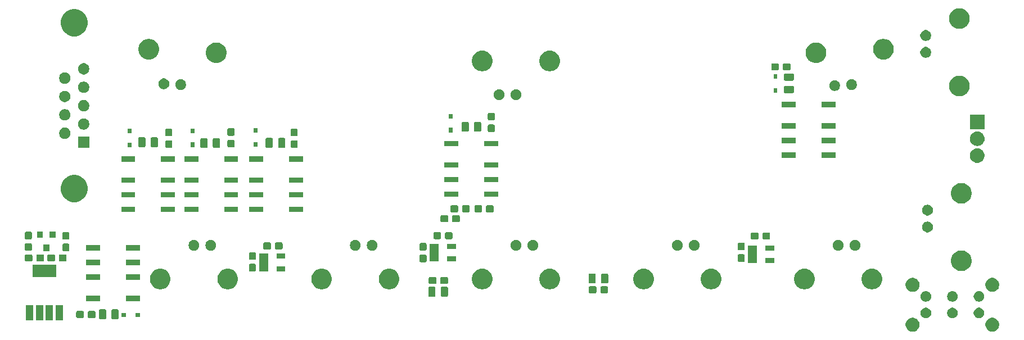
<source format=gbr>
G04 #@! TF.GenerationSoftware,KiCad,Pcbnew,(5.1.5)-3*
G04 #@! TF.CreationDate,2021-03-25T21:43:08+01:00*
G04 #@! TF.ProjectId,tiepieLCR,74696570-6965-44c4-9352-2e6b69636164,rev?*
G04 #@! TF.SameCoordinates,Original*
G04 #@! TF.FileFunction,Soldermask,Top*
G04 #@! TF.FilePolarity,Negative*
%FSLAX46Y46*%
G04 Gerber Fmt 4.6, Leading zero omitted, Abs format (unit mm)*
G04 Created by KiCad (PCBNEW (5.1.5)-3) date 2021-03-25 21:43:08*
%MOMM*%
%LPD*%
G04 APERTURE LIST*
%ADD10C,0.100000*%
G04 APERTURE END LIST*
D10*
G36*
X137006564Y-47939389D02*
G01*
X137197833Y-48018615D01*
X137197835Y-48018616D01*
X137365289Y-48130505D01*
X137369973Y-48133635D01*
X137516365Y-48280027D01*
X137631385Y-48452167D01*
X137710611Y-48643436D01*
X137751000Y-48846484D01*
X137751000Y-49053516D01*
X137710611Y-49256564D01*
X137631385Y-49447833D01*
X137631384Y-49447835D01*
X137516365Y-49619973D01*
X137369973Y-49766365D01*
X137197835Y-49881384D01*
X137197834Y-49881385D01*
X137197833Y-49881385D01*
X137006564Y-49960611D01*
X136803516Y-50001000D01*
X136596484Y-50001000D01*
X136393436Y-49960611D01*
X136202167Y-49881385D01*
X136202166Y-49881385D01*
X136202165Y-49881384D01*
X136030027Y-49766365D01*
X135883635Y-49619973D01*
X135768616Y-49447835D01*
X135768615Y-49447833D01*
X135689389Y-49256564D01*
X135649000Y-49053516D01*
X135649000Y-48846484D01*
X135689389Y-48643436D01*
X135768615Y-48452167D01*
X135883635Y-48280027D01*
X136030027Y-48133635D01*
X136034711Y-48130505D01*
X136202165Y-48018616D01*
X136202167Y-48018615D01*
X136393436Y-47939389D01*
X136596484Y-47899000D01*
X136803516Y-47899000D01*
X137006564Y-47939389D01*
G37*
G36*
X125006564Y-47939389D02*
G01*
X125197833Y-48018615D01*
X125197835Y-48018616D01*
X125365289Y-48130505D01*
X125369973Y-48133635D01*
X125516365Y-48280027D01*
X125631385Y-48452167D01*
X125710611Y-48643436D01*
X125751000Y-48846484D01*
X125751000Y-49053516D01*
X125710611Y-49256564D01*
X125631385Y-49447833D01*
X125631384Y-49447835D01*
X125516365Y-49619973D01*
X125369973Y-49766365D01*
X125197835Y-49881384D01*
X125197834Y-49881385D01*
X125197833Y-49881385D01*
X125006564Y-49960611D01*
X124803516Y-50001000D01*
X124596484Y-50001000D01*
X124393436Y-49960611D01*
X124202167Y-49881385D01*
X124202166Y-49881385D01*
X124202165Y-49881384D01*
X124030027Y-49766365D01*
X123883635Y-49619973D01*
X123768616Y-49447835D01*
X123768615Y-49447833D01*
X123689389Y-49256564D01*
X123649000Y-49053516D01*
X123649000Y-48846484D01*
X123689389Y-48643436D01*
X123768615Y-48452167D01*
X123883635Y-48280027D01*
X124030027Y-48133635D01*
X124034711Y-48130505D01*
X124202165Y-48018616D01*
X124202167Y-48018615D01*
X124393436Y-47939389D01*
X124596484Y-47899000D01*
X124803516Y-47899000D01*
X125006564Y-47939389D01*
G37*
G36*
X-7699000Y-48326000D02*
G01*
X-8801000Y-48326000D01*
X-8801000Y-46024000D01*
X-7699000Y-46024000D01*
X-7699000Y-48326000D01*
G37*
G36*
X-6199000Y-48326000D02*
G01*
X-7301000Y-48326000D01*
X-7301000Y-46024000D01*
X-6199000Y-46024000D01*
X-6199000Y-48326000D01*
G37*
G36*
X-3199000Y-48326000D02*
G01*
X-4301000Y-48326000D01*
X-4301000Y-46024000D01*
X-3199000Y-46024000D01*
X-3199000Y-48326000D01*
G37*
G36*
X-4699000Y-48326000D02*
G01*
X-5801000Y-48326000D01*
X-5801000Y-46024000D01*
X-4699000Y-46024000D01*
X-4699000Y-48326000D01*
G37*
G36*
X3109468Y-46653565D02*
G01*
X3148138Y-46665296D01*
X3183777Y-46684346D01*
X3215017Y-46709983D01*
X3240654Y-46741223D01*
X3259704Y-46776862D01*
X3271435Y-46815532D01*
X3276000Y-46861888D01*
X3276000Y-47938112D01*
X3271435Y-47984468D01*
X3259704Y-48023138D01*
X3240654Y-48058777D01*
X3215017Y-48090017D01*
X3183777Y-48115654D01*
X3148138Y-48134704D01*
X3109468Y-48146435D01*
X3063112Y-48151000D01*
X2411888Y-48151000D01*
X2365532Y-48146435D01*
X2326862Y-48134704D01*
X2291223Y-48115654D01*
X2259983Y-48090017D01*
X2234346Y-48058777D01*
X2215296Y-48023138D01*
X2203565Y-47984468D01*
X2199000Y-47938112D01*
X2199000Y-46861888D01*
X2203565Y-46815532D01*
X2215296Y-46776862D01*
X2234346Y-46741223D01*
X2259983Y-46709983D01*
X2291223Y-46684346D01*
X2326862Y-46665296D01*
X2365532Y-46653565D01*
X2411888Y-46649000D01*
X3063112Y-46649000D01*
X3109468Y-46653565D01*
G37*
G36*
X4984468Y-46653565D02*
G01*
X5023138Y-46665296D01*
X5058777Y-46684346D01*
X5090017Y-46709983D01*
X5115654Y-46741223D01*
X5134704Y-46776862D01*
X5146435Y-46815532D01*
X5151000Y-46861888D01*
X5151000Y-47938112D01*
X5146435Y-47984468D01*
X5134704Y-48023138D01*
X5115654Y-48058777D01*
X5090017Y-48090017D01*
X5058777Y-48115654D01*
X5023138Y-48134704D01*
X4984468Y-48146435D01*
X4938112Y-48151000D01*
X4286888Y-48151000D01*
X4240532Y-48146435D01*
X4201862Y-48134704D01*
X4166223Y-48115654D01*
X4134983Y-48090017D01*
X4109346Y-48058777D01*
X4090296Y-48023138D01*
X4078565Y-47984468D01*
X4074000Y-47938112D01*
X4074000Y-46861888D01*
X4078565Y-46815532D01*
X4090296Y-46776862D01*
X4109346Y-46741223D01*
X4134983Y-46709983D01*
X4166223Y-46684346D01*
X4201862Y-46665296D01*
X4240532Y-46653565D01*
X4286888Y-46649000D01*
X4938112Y-46649000D01*
X4984468Y-46653565D01*
G37*
G36*
X130933642Y-46429781D02*
G01*
X131079414Y-46490162D01*
X131079416Y-46490163D01*
X131210608Y-46577822D01*
X131322178Y-46689392D01*
X131406461Y-46815532D01*
X131409838Y-46820586D01*
X131470219Y-46966358D01*
X131501000Y-47121107D01*
X131501000Y-47278893D01*
X131470219Y-47433642D01*
X131409838Y-47579414D01*
X131409837Y-47579416D01*
X131322178Y-47710608D01*
X131210608Y-47822178D01*
X131079416Y-47909837D01*
X131079415Y-47909838D01*
X131079414Y-47909838D01*
X130933642Y-47970219D01*
X130778893Y-48001000D01*
X130621107Y-48001000D01*
X130466358Y-47970219D01*
X130320586Y-47909838D01*
X130320585Y-47909838D01*
X130320584Y-47909837D01*
X130189392Y-47822178D01*
X130077822Y-47710608D01*
X129990163Y-47579416D01*
X129990162Y-47579414D01*
X129929781Y-47433642D01*
X129899000Y-47278893D01*
X129899000Y-47121107D01*
X129929781Y-46966358D01*
X129990162Y-46820586D01*
X129993539Y-46815532D01*
X130077822Y-46689392D01*
X130189392Y-46577822D01*
X130320584Y-46490163D01*
X130320586Y-46490162D01*
X130466358Y-46429781D01*
X130621107Y-46399000D01*
X130778893Y-46399000D01*
X130933642Y-46429781D01*
G37*
G36*
X134933642Y-46429781D02*
G01*
X135079414Y-46490162D01*
X135079416Y-46490163D01*
X135210608Y-46577822D01*
X135322178Y-46689392D01*
X135406461Y-46815532D01*
X135409838Y-46820586D01*
X135470219Y-46966358D01*
X135501000Y-47121107D01*
X135501000Y-47278893D01*
X135470219Y-47433642D01*
X135409838Y-47579414D01*
X135409837Y-47579416D01*
X135322178Y-47710608D01*
X135210608Y-47822178D01*
X135079416Y-47909837D01*
X135079415Y-47909838D01*
X135079414Y-47909838D01*
X134933642Y-47970219D01*
X134778893Y-48001000D01*
X134621107Y-48001000D01*
X134466358Y-47970219D01*
X134320586Y-47909838D01*
X134320585Y-47909838D01*
X134320584Y-47909837D01*
X134189392Y-47822178D01*
X134077822Y-47710608D01*
X133990163Y-47579416D01*
X133990162Y-47579414D01*
X133929781Y-47433642D01*
X133899000Y-47278893D01*
X133899000Y-47121107D01*
X133929781Y-46966358D01*
X133990162Y-46820586D01*
X133993539Y-46815532D01*
X134077822Y-46689392D01*
X134189392Y-46577822D01*
X134320584Y-46490163D01*
X134320586Y-46490162D01*
X134466358Y-46429781D01*
X134621107Y-46399000D01*
X134778893Y-46399000D01*
X134933642Y-46429781D01*
G37*
G36*
X126933642Y-46429781D02*
G01*
X127079414Y-46490162D01*
X127079416Y-46490163D01*
X127210608Y-46577822D01*
X127322178Y-46689392D01*
X127406461Y-46815532D01*
X127409838Y-46820586D01*
X127470219Y-46966358D01*
X127501000Y-47121107D01*
X127501000Y-47278893D01*
X127470219Y-47433642D01*
X127409838Y-47579414D01*
X127409837Y-47579416D01*
X127322178Y-47710608D01*
X127210608Y-47822178D01*
X127079416Y-47909837D01*
X127079415Y-47909838D01*
X127079414Y-47909838D01*
X126933642Y-47970219D01*
X126778893Y-48001000D01*
X126621107Y-48001000D01*
X126466358Y-47970219D01*
X126320586Y-47909838D01*
X126320585Y-47909838D01*
X126320584Y-47909837D01*
X126189392Y-47822178D01*
X126077822Y-47710608D01*
X125990163Y-47579416D01*
X125990162Y-47579414D01*
X125929781Y-47433642D01*
X125899000Y-47278893D01*
X125899000Y-47121107D01*
X125929781Y-46966358D01*
X125990162Y-46820586D01*
X125993539Y-46815532D01*
X126077822Y-46689392D01*
X126189392Y-46577822D01*
X126320584Y-46490163D01*
X126320586Y-46490162D01*
X126466358Y-46429781D01*
X126621107Y-46399000D01*
X126778893Y-46399000D01*
X126933642Y-46429781D01*
G37*
G36*
X-235501Y-46903445D02*
G01*
X-198005Y-46914820D01*
X-163446Y-46933292D01*
X-133153Y-46958153D01*
X-108292Y-46988446D01*
X-89820Y-47023005D01*
X-78445Y-47060501D01*
X-74000Y-47105638D01*
X-74000Y-47744362D01*
X-78445Y-47789499D01*
X-89820Y-47826995D01*
X-108292Y-47861554D01*
X-133153Y-47891847D01*
X-163446Y-47916708D01*
X-198005Y-47935180D01*
X-235501Y-47946555D01*
X-280638Y-47951000D01*
X-1019362Y-47951000D01*
X-1064499Y-47946555D01*
X-1101995Y-47935180D01*
X-1136554Y-47916708D01*
X-1166847Y-47891847D01*
X-1191708Y-47861554D01*
X-1210180Y-47826995D01*
X-1221555Y-47789499D01*
X-1226000Y-47744362D01*
X-1226000Y-47105638D01*
X-1221555Y-47060501D01*
X-1210180Y-47023005D01*
X-1191708Y-46988446D01*
X-1166847Y-46958153D01*
X-1136554Y-46933292D01*
X-1101995Y-46914820D01*
X-1064499Y-46903445D01*
X-1019362Y-46899000D01*
X-280638Y-46899000D01*
X-235501Y-46903445D01*
G37*
G36*
X1514499Y-46903445D02*
G01*
X1551995Y-46914820D01*
X1586554Y-46933292D01*
X1616847Y-46958153D01*
X1641708Y-46988446D01*
X1660180Y-47023005D01*
X1671555Y-47060501D01*
X1676000Y-47105638D01*
X1676000Y-47744362D01*
X1671555Y-47789499D01*
X1660180Y-47826995D01*
X1641708Y-47861554D01*
X1616847Y-47891847D01*
X1586554Y-47916708D01*
X1551995Y-47935180D01*
X1514499Y-47946555D01*
X1469362Y-47951000D01*
X730638Y-47951000D01*
X685501Y-47946555D01*
X648005Y-47935180D01*
X613446Y-47916708D01*
X583153Y-47891847D01*
X558292Y-47861554D01*
X539820Y-47826995D01*
X528445Y-47789499D01*
X524000Y-47744362D01*
X524000Y-47105638D01*
X528445Y-47060501D01*
X539820Y-47023005D01*
X558292Y-46988446D01*
X583153Y-46958153D01*
X613446Y-46933292D01*
X648005Y-46914820D01*
X685501Y-46903445D01*
X730638Y-46899000D01*
X1469362Y-46899000D01*
X1514499Y-46903445D01*
G37*
G36*
X8376000Y-47776000D02*
G01*
X7674000Y-47776000D01*
X7674000Y-47224000D01*
X8376000Y-47224000D01*
X8376000Y-47776000D01*
G37*
G36*
X6276000Y-47776000D02*
G01*
X5574000Y-47776000D01*
X5574000Y-47224000D01*
X6276000Y-47224000D01*
X6276000Y-47776000D01*
G37*
G36*
X134933642Y-43929781D02*
G01*
X135013839Y-43963000D01*
X135079416Y-43990163D01*
X135210608Y-44077822D01*
X135322178Y-44189392D01*
X135343262Y-44220947D01*
X135409838Y-44320586D01*
X135470219Y-44466358D01*
X135501000Y-44621107D01*
X135501000Y-44778893D01*
X135470219Y-44933642D01*
X135409838Y-45079414D01*
X135409837Y-45079416D01*
X135322178Y-45210608D01*
X135210608Y-45322178D01*
X135079416Y-45409837D01*
X135079415Y-45409838D01*
X135079414Y-45409838D01*
X134933642Y-45470219D01*
X134778893Y-45501000D01*
X134621107Y-45501000D01*
X134466358Y-45470219D01*
X134320586Y-45409838D01*
X134320585Y-45409838D01*
X134320584Y-45409837D01*
X134189392Y-45322178D01*
X134077822Y-45210608D01*
X133990163Y-45079416D01*
X133990162Y-45079414D01*
X133929781Y-44933642D01*
X133899000Y-44778893D01*
X133899000Y-44621107D01*
X133929781Y-44466358D01*
X133990162Y-44320586D01*
X134056738Y-44220947D01*
X134077822Y-44189392D01*
X134189392Y-44077822D01*
X134320584Y-43990163D01*
X134386161Y-43963000D01*
X134466358Y-43929781D01*
X134621107Y-43899000D01*
X134778893Y-43899000D01*
X134933642Y-43929781D01*
G37*
G36*
X126933642Y-43929781D02*
G01*
X127013839Y-43963000D01*
X127079416Y-43990163D01*
X127210608Y-44077822D01*
X127322178Y-44189392D01*
X127343262Y-44220947D01*
X127409838Y-44320586D01*
X127470219Y-44466358D01*
X127501000Y-44621107D01*
X127501000Y-44778893D01*
X127470219Y-44933642D01*
X127409838Y-45079414D01*
X127409837Y-45079416D01*
X127322178Y-45210608D01*
X127210608Y-45322178D01*
X127079416Y-45409837D01*
X127079415Y-45409838D01*
X127079414Y-45409838D01*
X126933642Y-45470219D01*
X126778893Y-45501000D01*
X126621107Y-45501000D01*
X126466358Y-45470219D01*
X126320586Y-45409838D01*
X126320585Y-45409838D01*
X126320584Y-45409837D01*
X126189392Y-45322178D01*
X126077822Y-45210608D01*
X125990163Y-45079416D01*
X125990162Y-45079414D01*
X125929781Y-44933642D01*
X125899000Y-44778893D01*
X125899000Y-44621107D01*
X125929781Y-44466358D01*
X125990162Y-44320586D01*
X126056738Y-44220947D01*
X126077822Y-44189392D01*
X126189392Y-44077822D01*
X126320584Y-43990163D01*
X126386161Y-43963000D01*
X126466358Y-43929781D01*
X126621107Y-43899000D01*
X126778893Y-43899000D01*
X126933642Y-43929781D01*
G37*
G36*
X130933642Y-43929781D02*
G01*
X131013839Y-43963000D01*
X131079416Y-43990163D01*
X131210608Y-44077822D01*
X131322178Y-44189392D01*
X131343262Y-44220947D01*
X131409838Y-44320586D01*
X131470219Y-44466358D01*
X131501000Y-44621107D01*
X131501000Y-44778893D01*
X131470219Y-44933642D01*
X131409838Y-45079414D01*
X131409837Y-45079416D01*
X131322178Y-45210608D01*
X131210608Y-45322178D01*
X131079416Y-45409837D01*
X131079415Y-45409838D01*
X131079414Y-45409838D01*
X130933642Y-45470219D01*
X130778893Y-45501000D01*
X130621107Y-45501000D01*
X130466358Y-45470219D01*
X130320586Y-45409838D01*
X130320585Y-45409838D01*
X130320584Y-45409837D01*
X130189392Y-45322178D01*
X130077822Y-45210608D01*
X129990163Y-45079416D01*
X129990162Y-45079414D01*
X129929781Y-44933642D01*
X129899000Y-44778893D01*
X129899000Y-44621107D01*
X129929781Y-44466358D01*
X129990162Y-44320586D01*
X130056738Y-44220947D01*
X130077822Y-44189392D01*
X130189392Y-44077822D01*
X130320584Y-43990163D01*
X130386161Y-43963000D01*
X130466358Y-43929781D01*
X130621107Y-43899000D01*
X130778893Y-43899000D01*
X130933642Y-43929781D01*
G37*
G36*
X8351000Y-45401000D02*
G01*
X6249000Y-45401000D01*
X6249000Y-44599000D01*
X8351000Y-44599000D01*
X8351000Y-45401000D01*
G37*
G36*
X2351000Y-45401000D02*
G01*
X249000Y-45401000D01*
X249000Y-44599000D01*
X2351000Y-44599000D01*
X2351000Y-45401000D01*
G37*
G36*
X54584468Y-43253565D02*
G01*
X54623138Y-43265296D01*
X54658777Y-43284346D01*
X54690017Y-43309983D01*
X54715654Y-43341223D01*
X54734704Y-43376862D01*
X54746435Y-43415532D01*
X54751000Y-43461888D01*
X54751000Y-44538112D01*
X54746435Y-44584468D01*
X54734704Y-44623138D01*
X54715654Y-44658777D01*
X54690017Y-44690017D01*
X54658777Y-44715654D01*
X54623138Y-44734704D01*
X54584468Y-44746435D01*
X54538112Y-44751000D01*
X53886888Y-44751000D01*
X53840532Y-44746435D01*
X53801862Y-44734704D01*
X53766223Y-44715654D01*
X53734983Y-44690017D01*
X53709346Y-44658777D01*
X53690296Y-44623138D01*
X53678565Y-44584468D01*
X53674000Y-44538112D01*
X53674000Y-43461888D01*
X53678565Y-43415532D01*
X53690296Y-43376862D01*
X53709346Y-43341223D01*
X53734983Y-43309983D01*
X53766223Y-43284346D01*
X53801862Y-43265296D01*
X53840532Y-43253565D01*
X53886888Y-43249000D01*
X54538112Y-43249000D01*
X54584468Y-43253565D01*
G37*
G36*
X52709468Y-43253565D02*
G01*
X52748138Y-43265296D01*
X52783777Y-43284346D01*
X52815017Y-43309983D01*
X52840654Y-43341223D01*
X52859704Y-43376862D01*
X52871435Y-43415532D01*
X52876000Y-43461888D01*
X52876000Y-44538112D01*
X52871435Y-44584468D01*
X52859704Y-44623138D01*
X52840654Y-44658777D01*
X52815017Y-44690017D01*
X52783777Y-44715654D01*
X52748138Y-44734704D01*
X52709468Y-44746435D01*
X52663112Y-44751000D01*
X52011888Y-44751000D01*
X51965532Y-44746435D01*
X51926862Y-44734704D01*
X51891223Y-44715654D01*
X51859983Y-44690017D01*
X51834346Y-44658777D01*
X51815296Y-44623138D01*
X51803565Y-44584468D01*
X51799000Y-44538112D01*
X51799000Y-43461888D01*
X51803565Y-43415532D01*
X51815296Y-43376862D01*
X51834346Y-43341223D01*
X51859983Y-43309983D01*
X51891223Y-43284346D01*
X51926862Y-43265296D01*
X51965532Y-43253565D01*
X52011888Y-43249000D01*
X52663112Y-43249000D01*
X52709468Y-43253565D01*
G37*
G36*
X76939499Y-43178445D02*
G01*
X76976995Y-43189820D01*
X77011554Y-43208292D01*
X77041847Y-43233153D01*
X77066708Y-43263446D01*
X77085180Y-43298005D01*
X77096555Y-43335501D01*
X77101000Y-43380638D01*
X77101000Y-44019362D01*
X77096555Y-44064499D01*
X77085180Y-44101995D01*
X77066708Y-44136554D01*
X77041847Y-44166847D01*
X77011554Y-44191708D01*
X76976995Y-44210180D01*
X76939499Y-44221555D01*
X76894362Y-44226000D01*
X76155638Y-44226000D01*
X76110501Y-44221555D01*
X76073005Y-44210180D01*
X76038446Y-44191708D01*
X76008153Y-44166847D01*
X75983292Y-44136554D01*
X75964820Y-44101995D01*
X75953445Y-44064499D01*
X75949000Y-44019362D01*
X75949000Y-43380638D01*
X75953445Y-43335501D01*
X75964820Y-43298005D01*
X75983292Y-43263446D01*
X76008153Y-43233153D01*
X76038446Y-43208292D01*
X76073005Y-43189820D01*
X76110501Y-43178445D01*
X76155638Y-43174000D01*
X76894362Y-43174000D01*
X76939499Y-43178445D01*
G37*
G36*
X78689499Y-43178445D02*
G01*
X78726995Y-43189820D01*
X78761554Y-43208292D01*
X78791847Y-43233153D01*
X78816708Y-43263446D01*
X78835180Y-43298005D01*
X78846555Y-43335501D01*
X78851000Y-43380638D01*
X78851000Y-44019362D01*
X78846555Y-44064499D01*
X78835180Y-44101995D01*
X78816708Y-44136554D01*
X78791847Y-44166847D01*
X78761554Y-44191708D01*
X78726995Y-44210180D01*
X78689499Y-44221555D01*
X78644362Y-44226000D01*
X77905638Y-44226000D01*
X77860501Y-44221555D01*
X77823005Y-44210180D01*
X77788446Y-44191708D01*
X77758153Y-44166847D01*
X77733292Y-44136554D01*
X77714820Y-44101995D01*
X77703445Y-44064499D01*
X77699000Y-44019362D01*
X77699000Y-43380638D01*
X77703445Y-43335501D01*
X77714820Y-43298005D01*
X77733292Y-43263446D01*
X77758153Y-43233153D01*
X77788446Y-43208292D01*
X77823005Y-43189820D01*
X77860501Y-43178445D01*
X77905638Y-43174000D01*
X78644362Y-43174000D01*
X78689499Y-43178445D01*
G37*
G36*
X137006564Y-41939389D02*
G01*
X137197833Y-42018615D01*
X137197835Y-42018616D01*
X137369973Y-42133635D01*
X137516365Y-42280027D01*
X137631385Y-42452167D01*
X137710611Y-42643436D01*
X137751000Y-42846484D01*
X137751000Y-43053516D01*
X137710611Y-43256564D01*
X137677914Y-43335501D01*
X137631384Y-43447835D01*
X137516365Y-43619973D01*
X137369973Y-43766365D01*
X137197835Y-43881384D01*
X137197834Y-43881385D01*
X137197833Y-43881385D01*
X137006564Y-43960611D01*
X136803516Y-44001000D01*
X136596484Y-44001000D01*
X136393436Y-43960611D01*
X136202167Y-43881385D01*
X136202166Y-43881385D01*
X136202165Y-43881384D01*
X136030027Y-43766365D01*
X135883635Y-43619973D01*
X135768616Y-43447835D01*
X135722086Y-43335501D01*
X135689389Y-43256564D01*
X135649000Y-43053516D01*
X135649000Y-42846484D01*
X135689389Y-42643436D01*
X135768615Y-42452167D01*
X135883635Y-42280027D01*
X136030027Y-42133635D01*
X136202165Y-42018616D01*
X136202167Y-42018615D01*
X136393436Y-41939389D01*
X136596484Y-41899000D01*
X136803516Y-41899000D01*
X137006564Y-41939389D01*
G37*
G36*
X125006564Y-41939389D02*
G01*
X125197833Y-42018615D01*
X125197835Y-42018616D01*
X125369973Y-42133635D01*
X125516365Y-42280027D01*
X125631385Y-42452167D01*
X125710611Y-42643436D01*
X125751000Y-42846484D01*
X125751000Y-43053516D01*
X125710611Y-43256564D01*
X125677914Y-43335501D01*
X125631384Y-43447835D01*
X125516365Y-43619973D01*
X125369973Y-43766365D01*
X125197835Y-43881384D01*
X125197834Y-43881385D01*
X125197833Y-43881385D01*
X125006564Y-43960611D01*
X124803516Y-44001000D01*
X124596484Y-44001000D01*
X124393436Y-43960611D01*
X124202167Y-43881385D01*
X124202166Y-43881385D01*
X124202165Y-43881384D01*
X124030027Y-43766365D01*
X123883635Y-43619973D01*
X123768616Y-43447835D01*
X123722086Y-43335501D01*
X123689389Y-43256564D01*
X123649000Y-43053516D01*
X123649000Y-42846484D01*
X123689389Y-42643436D01*
X123768615Y-42452167D01*
X123883635Y-42280027D01*
X124030027Y-42133635D01*
X124202165Y-42018616D01*
X124202167Y-42018615D01*
X124393436Y-41939389D01*
X124596484Y-41899000D01*
X124803516Y-41899000D01*
X125006564Y-41939389D01*
G37*
G36*
X60222585Y-40558802D02*
G01*
X60372410Y-40588604D01*
X60654674Y-40705521D01*
X60908705Y-40875259D01*
X61124741Y-41091295D01*
X61294479Y-41345326D01*
X61411396Y-41627590D01*
X61471000Y-41927240D01*
X61471000Y-42232760D01*
X61411396Y-42532410D01*
X61294479Y-42814674D01*
X61124741Y-43068705D01*
X60908705Y-43284741D01*
X60654674Y-43454479D01*
X60372410Y-43571396D01*
X60222585Y-43601198D01*
X60072761Y-43631000D01*
X59767239Y-43631000D01*
X59617415Y-43601198D01*
X59467590Y-43571396D01*
X59185326Y-43454479D01*
X58931295Y-43284741D01*
X58715259Y-43068705D01*
X58545521Y-42814674D01*
X58428604Y-42532410D01*
X58369000Y-42232760D01*
X58369000Y-41927240D01*
X58428604Y-41627590D01*
X58545521Y-41345326D01*
X58715259Y-41091295D01*
X58931295Y-40875259D01*
X59185326Y-40705521D01*
X59467590Y-40588604D01*
X59617415Y-40558802D01*
X59767239Y-40529000D01*
X60072761Y-40529000D01*
X60222585Y-40558802D01*
G37*
G36*
X118882585Y-40558802D02*
G01*
X119032410Y-40588604D01*
X119314674Y-40705521D01*
X119568705Y-40875259D01*
X119784741Y-41091295D01*
X119954479Y-41345326D01*
X120071396Y-41627590D01*
X120131000Y-41927240D01*
X120131000Y-42232760D01*
X120071396Y-42532410D01*
X119954479Y-42814674D01*
X119784741Y-43068705D01*
X119568705Y-43284741D01*
X119314674Y-43454479D01*
X119032410Y-43571396D01*
X118882585Y-43601198D01*
X118732761Y-43631000D01*
X118427239Y-43631000D01*
X118277415Y-43601198D01*
X118127590Y-43571396D01*
X117845326Y-43454479D01*
X117591295Y-43284741D01*
X117375259Y-43068705D01*
X117205521Y-42814674D01*
X117088604Y-42532410D01*
X117029000Y-42232760D01*
X117029000Y-41927240D01*
X117088604Y-41627590D01*
X117205521Y-41345326D01*
X117375259Y-41091295D01*
X117591295Y-40875259D01*
X117845326Y-40705521D01*
X118127590Y-40588604D01*
X118277415Y-40558802D01*
X118427239Y-40529000D01*
X118732761Y-40529000D01*
X118882585Y-40558802D01*
G37*
G36*
X21882585Y-40558802D02*
G01*
X22032410Y-40588604D01*
X22314674Y-40705521D01*
X22568705Y-40875259D01*
X22784741Y-41091295D01*
X22954479Y-41345326D01*
X23071396Y-41627590D01*
X23131000Y-41927240D01*
X23131000Y-42232760D01*
X23071396Y-42532410D01*
X22954479Y-42814674D01*
X22784741Y-43068705D01*
X22568705Y-43284741D01*
X22314674Y-43454479D01*
X22032410Y-43571396D01*
X21882585Y-43601198D01*
X21732761Y-43631000D01*
X21427239Y-43631000D01*
X21277415Y-43601198D01*
X21127590Y-43571396D01*
X20845326Y-43454479D01*
X20591295Y-43284741D01*
X20375259Y-43068705D01*
X20205521Y-42814674D01*
X20088604Y-42532410D01*
X20029000Y-42232760D01*
X20029000Y-41927240D01*
X20088604Y-41627590D01*
X20205521Y-41345326D01*
X20375259Y-41091295D01*
X20591295Y-40875259D01*
X20845326Y-40705521D01*
X21127590Y-40588604D01*
X21277415Y-40558802D01*
X21427239Y-40529000D01*
X21732761Y-40529000D01*
X21882585Y-40558802D01*
G37*
G36*
X11722585Y-40558802D02*
G01*
X11872410Y-40588604D01*
X12154674Y-40705521D01*
X12408705Y-40875259D01*
X12624741Y-41091295D01*
X12794479Y-41345326D01*
X12911396Y-41627590D01*
X12971000Y-41927240D01*
X12971000Y-42232760D01*
X12911396Y-42532410D01*
X12794479Y-42814674D01*
X12624741Y-43068705D01*
X12408705Y-43284741D01*
X12154674Y-43454479D01*
X11872410Y-43571396D01*
X11722585Y-43601198D01*
X11572761Y-43631000D01*
X11267239Y-43631000D01*
X11117415Y-43601198D01*
X10967590Y-43571396D01*
X10685326Y-43454479D01*
X10431295Y-43284741D01*
X10215259Y-43068705D01*
X10045521Y-42814674D01*
X9928604Y-42532410D01*
X9869000Y-42232760D01*
X9869000Y-41927240D01*
X9928604Y-41627590D01*
X10045521Y-41345326D01*
X10215259Y-41091295D01*
X10431295Y-40875259D01*
X10685326Y-40705521D01*
X10967590Y-40588604D01*
X11117415Y-40558802D01*
X11267239Y-40529000D01*
X11572761Y-40529000D01*
X11722585Y-40558802D01*
G37*
G36*
X36022585Y-40558802D02*
G01*
X36172410Y-40588604D01*
X36454674Y-40705521D01*
X36708705Y-40875259D01*
X36924741Y-41091295D01*
X37094479Y-41345326D01*
X37211396Y-41627590D01*
X37271000Y-41927240D01*
X37271000Y-42232760D01*
X37211396Y-42532410D01*
X37094479Y-42814674D01*
X36924741Y-43068705D01*
X36708705Y-43284741D01*
X36454674Y-43454479D01*
X36172410Y-43571396D01*
X36022585Y-43601198D01*
X35872761Y-43631000D01*
X35567239Y-43631000D01*
X35417415Y-43601198D01*
X35267590Y-43571396D01*
X34985326Y-43454479D01*
X34731295Y-43284741D01*
X34515259Y-43068705D01*
X34345521Y-42814674D01*
X34228604Y-42532410D01*
X34169000Y-42232760D01*
X34169000Y-41927240D01*
X34228604Y-41627590D01*
X34345521Y-41345326D01*
X34515259Y-41091295D01*
X34731295Y-40875259D01*
X34985326Y-40705521D01*
X35267590Y-40588604D01*
X35417415Y-40558802D01*
X35567239Y-40529000D01*
X35872761Y-40529000D01*
X36022585Y-40558802D01*
G37*
G36*
X46182585Y-40558802D02*
G01*
X46332410Y-40588604D01*
X46614674Y-40705521D01*
X46868705Y-40875259D01*
X47084741Y-41091295D01*
X47254479Y-41345326D01*
X47371396Y-41627590D01*
X47431000Y-41927240D01*
X47431000Y-42232760D01*
X47371396Y-42532410D01*
X47254479Y-42814674D01*
X47084741Y-43068705D01*
X46868705Y-43284741D01*
X46614674Y-43454479D01*
X46332410Y-43571396D01*
X46182585Y-43601198D01*
X46032761Y-43631000D01*
X45727239Y-43631000D01*
X45577415Y-43601198D01*
X45427590Y-43571396D01*
X45145326Y-43454479D01*
X44891295Y-43284741D01*
X44675259Y-43068705D01*
X44505521Y-42814674D01*
X44388604Y-42532410D01*
X44329000Y-42232760D01*
X44329000Y-41927240D01*
X44388604Y-41627590D01*
X44505521Y-41345326D01*
X44675259Y-41091295D01*
X44891295Y-40875259D01*
X45145326Y-40705521D01*
X45427590Y-40588604D01*
X45577415Y-40558802D01*
X45727239Y-40529000D01*
X46032761Y-40529000D01*
X46182585Y-40558802D01*
G37*
G36*
X70382585Y-40558802D02*
G01*
X70532410Y-40588604D01*
X70814674Y-40705521D01*
X71068705Y-40875259D01*
X71284741Y-41091295D01*
X71454479Y-41345326D01*
X71571396Y-41627590D01*
X71631000Y-41927240D01*
X71631000Y-42232760D01*
X71571396Y-42532410D01*
X71454479Y-42814674D01*
X71284741Y-43068705D01*
X71068705Y-43284741D01*
X70814674Y-43454479D01*
X70532410Y-43571396D01*
X70382585Y-43601198D01*
X70232761Y-43631000D01*
X69927239Y-43631000D01*
X69777415Y-43601198D01*
X69627590Y-43571396D01*
X69345326Y-43454479D01*
X69091295Y-43284741D01*
X68875259Y-43068705D01*
X68705521Y-42814674D01*
X68588604Y-42532410D01*
X68529000Y-42232760D01*
X68529000Y-41927240D01*
X68588604Y-41627590D01*
X68705521Y-41345326D01*
X68875259Y-41091295D01*
X69091295Y-40875259D01*
X69345326Y-40705521D01*
X69627590Y-40588604D01*
X69777415Y-40558802D01*
X69927239Y-40529000D01*
X70232761Y-40529000D01*
X70382585Y-40558802D01*
G37*
G36*
X84522585Y-40558802D02*
G01*
X84672410Y-40588604D01*
X84954674Y-40705521D01*
X85208705Y-40875259D01*
X85424741Y-41091295D01*
X85594479Y-41345326D01*
X85711396Y-41627590D01*
X85771000Y-41927240D01*
X85771000Y-42232760D01*
X85711396Y-42532410D01*
X85594479Y-42814674D01*
X85424741Y-43068705D01*
X85208705Y-43284741D01*
X84954674Y-43454479D01*
X84672410Y-43571396D01*
X84522585Y-43601198D01*
X84372761Y-43631000D01*
X84067239Y-43631000D01*
X83917415Y-43601198D01*
X83767590Y-43571396D01*
X83485326Y-43454479D01*
X83231295Y-43284741D01*
X83015259Y-43068705D01*
X82845521Y-42814674D01*
X82728604Y-42532410D01*
X82669000Y-42232760D01*
X82669000Y-41927240D01*
X82728604Y-41627590D01*
X82845521Y-41345326D01*
X83015259Y-41091295D01*
X83231295Y-40875259D01*
X83485326Y-40705521D01*
X83767590Y-40588604D01*
X83917415Y-40558802D01*
X84067239Y-40529000D01*
X84372761Y-40529000D01*
X84522585Y-40558802D01*
G37*
G36*
X108722585Y-40558802D02*
G01*
X108872410Y-40588604D01*
X109154674Y-40705521D01*
X109408705Y-40875259D01*
X109624741Y-41091295D01*
X109794479Y-41345326D01*
X109911396Y-41627590D01*
X109971000Y-41927240D01*
X109971000Y-42232760D01*
X109911396Y-42532410D01*
X109794479Y-42814674D01*
X109624741Y-43068705D01*
X109408705Y-43284741D01*
X109154674Y-43454479D01*
X108872410Y-43571396D01*
X108722585Y-43601198D01*
X108572761Y-43631000D01*
X108267239Y-43631000D01*
X108117415Y-43601198D01*
X107967590Y-43571396D01*
X107685326Y-43454479D01*
X107431295Y-43284741D01*
X107215259Y-43068705D01*
X107045521Y-42814674D01*
X106928604Y-42532410D01*
X106869000Y-42232760D01*
X106869000Y-41927240D01*
X106928604Y-41627590D01*
X107045521Y-41345326D01*
X107215259Y-41091295D01*
X107431295Y-40875259D01*
X107685326Y-40705521D01*
X107967590Y-40588604D01*
X108117415Y-40558802D01*
X108267239Y-40529000D01*
X108572761Y-40529000D01*
X108722585Y-40558802D01*
G37*
G36*
X94682585Y-40558802D02*
G01*
X94832410Y-40588604D01*
X95114674Y-40705521D01*
X95368705Y-40875259D01*
X95584741Y-41091295D01*
X95754479Y-41345326D01*
X95871396Y-41627590D01*
X95931000Y-41927240D01*
X95931000Y-42232760D01*
X95871396Y-42532410D01*
X95754479Y-42814674D01*
X95584741Y-43068705D01*
X95368705Y-43284741D01*
X95114674Y-43454479D01*
X94832410Y-43571396D01*
X94682585Y-43601198D01*
X94532761Y-43631000D01*
X94227239Y-43631000D01*
X94077415Y-43601198D01*
X93927590Y-43571396D01*
X93645326Y-43454479D01*
X93391295Y-43284741D01*
X93175259Y-43068705D01*
X93005521Y-42814674D01*
X92888604Y-42532410D01*
X92829000Y-42232760D01*
X92829000Y-41927240D01*
X92888604Y-41627590D01*
X93005521Y-41345326D01*
X93175259Y-41091295D01*
X93391295Y-40875259D01*
X93645326Y-40705521D01*
X93927590Y-40588604D01*
X94077415Y-40558802D01*
X94227239Y-40529000D01*
X94532761Y-40529000D01*
X94682585Y-40558802D01*
G37*
G36*
X52839499Y-41778445D02*
G01*
X52876995Y-41789820D01*
X52911554Y-41808292D01*
X52941847Y-41833153D01*
X52966708Y-41863446D01*
X52985180Y-41898005D01*
X52996555Y-41935501D01*
X53001000Y-41980638D01*
X53001000Y-42619362D01*
X52996555Y-42664499D01*
X52985180Y-42701995D01*
X52966708Y-42736554D01*
X52941847Y-42766847D01*
X52911554Y-42791708D01*
X52876995Y-42810180D01*
X52839499Y-42821555D01*
X52794362Y-42826000D01*
X52055638Y-42826000D01*
X52010501Y-42821555D01*
X51973005Y-42810180D01*
X51938446Y-42791708D01*
X51908153Y-42766847D01*
X51883292Y-42736554D01*
X51864820Y-42701995D01*
X51853445Y-42664499D01*
X51849000Y-42619362D01*
X51849000Y-41980638D01*
X51853445Y-41935501D01*
X51864820Y-41898005D01*
X51883292Y-41863446D01*
X51908153Y-41833153D01*
X51938446Y-41808292D01*
X51973005Y-41789820D01*
X52010501Y-41778445D01*
X52055638Y-41774000D01*
X52794362Y-41774000D01*
X52839499Y-41778445D01*
G37*
G36*
X54589499Y-41778445D02*
G01*
X54626995Y-41789820D01*
X54661554Y-41808292D01*
X54691847Y-41833153D01*
X54716708Y-41863446D01*
X54735180Y-41898005D01*
X54746555Y-41935501D01*
X54751000Y-41980638D01*
X54751000Y-42619362D01*
X54746555Y-42664499D01*
X54735180Y-42701995D01*
X54716708Y-42736554D01*
X54691847Y-42766847D01*
X54661554Y-42791708D01*
X54626995Y-42810180D01*
X54589499Y-42821555D01*
X54544362Y-42826000D01*
X53805638Y-42826000D01*
X53760501Y-42821555D01*
X53723005Y-42810180D01*
X53688446Y-42791708D01*
X53658153Y-42766847D01*
X53633292Y-42736554D01*
X53614820Y-42701995D01*
X53603445Y-42664499D01*
X53599000Y-42619362D01*
X53599000Y-41980638D01*
X53603445Y-41935501D01*
X53614820Y-41898005D01*
X53633292Y-41863446D01*
X53658153Y-41833153D01*
X53688446Y-41808292D01*
X53723005Y-41789820D01*
X53760501Y-41778445D01*
X53805638Y-41774000D01*
X54544362Y-41774000D01*
X54589499Y-41778445D01*
G37*
G36*
X78709468Y-41253565D02*
G01*
X78748138Y-41265296D01*
X78783777Y-41284346D01*
X78815017Y-41309983D01*
X78840654Y-41341223D01*
X78859704Y-41376862D01*
X78871435Y-41415532D01*
X78876000Y-41461888D01*
X78876000Y-42538112D01*
X78871435Y-42584468D01*
X78859704Y-42623138D01*
X78840654Y-42658777D01*
X78815017Y-42690017D01*
X78783777Y-42715654D01*
X78748138Y-42734704D01*
X78709468Y-42746435D01*
X78663112Y-42751000D01*
X78011888Y-42751000D01*
X77965532Y-42746435D01*
X77926862Y-42734704D01*
X77891223Y-42715654D01*
X77859983Y-42690017D01*
X77834346Y-42658777D01*
X77815296Y-42623138D01*
X77803565Y-42584468D01*
X77799000Y-42538112D01*
X77799000Y-41461888D01*
X77803565Y-41415532D01*
X77815296Y-41376862D01*
X77834346Y-41341223D01*
X77859983Y-41309983D01*
X77891223Y-41284346D01*
X77926862Y-41265296D01*
X77965532Y-41253565D01*
X78011888Y-41249000D01*
X78663112Y-41249000D01*
X78709468Y-41253565D01*
G37*
G36*
X76834468Y-41253565D02*
G01*
X76873138Y-41265296D01*
X76908777Y-41284346D01*
X76940017Y-41309983D01*
X76965654Y-41341223D01*
X76984704Y-41376862D01*
X76996435Y-41415532D01*
X77001000Y-41461888D01*
X77001000Y-42538112D01*
X76996435Y-42584468D01*
X76984704Y-42623138D01*
X76965654Y-42658777D01*
X76940017Y-42690017D01*
X76908777Y-42715654D01*
X76873138Y-42734704D01*
X76834468Y-42746435D01*
X76788112Y-42751000D01*
X76136888Y-42751000D01*
X76090532Y-42746435D01*
X76051862Y-42734704D01*
X76016223Y-42715654D01*
X75984983Y-42690017D01*
X75959346Y-42658777D01*
X75940296Y-42623138D01*
X75928565Y-42584468D01*
X75924000Y-42538112D01*
X75924000Y-41461888D01*
X75928565Y-41415532D01*
X75940296Y-41376862D01*
X75959346Y-41341223D01*
X75984983Y-41309983D01*
X76016223Y-41284346D01*
X76051862Y-41265296D01*
X76090532Y-41253565D01*
X76136888Y-41249000D01*
X76788112Y-41249000D01*
X76834468Y-41253565D01*
G37*
G36*
X2351000Y-42201000D02*
G01*
X249000Y-42201000D01*
X249000Y-41399000D01*
X2351000Y-41399000D01*
X2351000Y-42201000D01*
G37*
G36*
X8351000Y-42201000D02*
G01*
X6249000Y-42201000D01*
X6249000Y-41399000D01*
X8351000Y-41399000D01*
X8351000Y-42201000D01*
G37*
G36*
X-4249000Y-41826000D02*
G01*
X-7751000Y-41826000D01*
X-7751000Y-39924000D01*
X-4249000Y-39924000D01*
X-4249000Y-41826000D01*
G37*
G36*
X25664499Y-39803445D02*
G01*
X25701995Y-39814820D01*
X25736554Y-39833292D01*
X25766847Y-39858153D01*
X25791708Y-39888446D01*
X25810180Y-39923005D01*
X25821555Y-39960501D01*
X25826000Y-40005638D01*
X25826000Y-40744362D01*
X25821555Y-40789499D01*
X25810180Y-40826995D01*
X25791708Y-40861554D01*
X25766847Y-40891847D01*
X25736554Y-40916708D01*
X25701995Y-40935180D01*
X25664499Y-40946555D01*
X25619362Y-40951000D01*
X24980638Y-40951000D01*
X24935501Y-40946555D01*
X24898005Y-40935180D01*
X24863446Y-40916708D01*
X24833153Y-40891847D01*
X24808292Y-40861554D01*
X24789820Y-40826995D01*
X24778445Y-40789499D01*
X24774000Y-40744362D01*
X24774000Y-40005638D01*
X24778445Y-39960501D01*
X24789820Y-39923005D01*
X24808292Y-39888446D01*
X24833153Y-39858153D01*
X24863446Y-39833292D01*
X24898005Y-39814820D01*
X24935501Y-39803445D01*
X24980638Y-39799000D01*
X25619362Y-39799000D01*
X25664499Y-39803445D01*
G37*
G36*
X30271000Y-40926000D02*
G01*
X28949000Y-40926000D01*
X28949000Y-40174000D01*
X30271000Y-40174000D01*
X30271000Y-40926000D01*
G37*
G36*
X27651000Y-40926000D02*
G01*
X26329000Y-40926000D01*
X26329000Y-38274000D01*
X27651000Y-38274000D01*
X27651000Y-40926000D01*
G37*
G36*
X132271015Y-37796555D02*
G01*
X132482410Y-37838604D01*
X132764674Y-37955521D01*
X133018705Y-38125259D01*
X133234741Y-38341295D01*
X133404479Y-38595326D01*
X133521396Y-38877590D01*
X133533412Y-38938000D01*
X133581000Y-39177239D01*
X133581000Y-39482761D01*
X133567426Y-39551000D01*
X133521396Y-39782410D01*
X133404479Y-40064674D01*
X133234741Y-40318705D01*
X133018705Y-40534741D01*
X132764674Y-40704479D01*
X132482410Y-40821396D01*
X132418467Y-40834115D01*
X132182761Y-40881000D01*
X131877239Y-40881000D01*
X131641533Y-40834115D01*
X131577590Y-40821396D01*
X131295326Y-40704479D01*
X131041295Y-40534741D01*
X130825259Y-40318705D01*
X130655521Y-40064674D01*
X130538604Y-39782410D01*
X130492574Y-39551000D01*
X130479000Y-39482761D01*
X130479000Y-39177239D01*
X130526588Y-38938000D01*
X130538604Y-38877590D01*
X130655521Y-38595326D01*
X130825259Y-38341295D01*
X131041295Y-38125259D01*
X131295326Y-37955521D01*
X131577590Y-37838604D01*
X131788985Y-37796555D01*
X131877239Y-37779000D01*
X132182761Y-37779000D01*
X132271015Y-37796555D01*
G37*
G36*
X2351000Y-40001000D02*
G01*
X249000Y-40001000D01*
X249000Y-39199000D01*
X2351000Y-39199000D01*
X2351000Y-40001000D01*
G37*
G36*
X8351000Y-40001000D02*
G01*
X6249000Y-40001000D01*
X6249000Y-39199000D01*
X8351000Y-39199000D01*
X8351000Y-40001000D01*
G37*
G36*
X101251000Y-39676000D02*
G01*
X99929000Y-39676000D01*
X99929000Y-37024000D01*
X101251000Y-37024000D01*
X101251000Y-39676000D01*
G37*
G36*
X103871000Y-39676000D02*
G01*
X102549000Y-39676000D01*
X102549000Y-38924000D01*
X103871000Y-38924000D01*
X103871000Y-39676000D01*
G37*
G36*
X51364499Y-38403445D02*
G01*
X51401995Y-38414820D01*
X51436554Y-38433292D01*
X51466847Y-38458153D01*
X51491708Y-38488446D01*
X51510180Y-38523005D01*
X51521555Y-38560501D01*
X51526000Y-38605638D01*
X51526000Y-39344362D01*
X51521555Y-39389499D01*
X51510180Y-39426995D01*
X51491708Y-39461554D01*
X51466847Y-39491847D01*
X51436554Y-39516708D01*
X51401995Y-39535180D01*
X51364499Y-39546555D01*
X51319362Y-39551000D01*
X50680638Y-39551000D01*
X50635501Y-39546555D01*
X50598005Y-39535180D01*
X50563446Y-39516708D01*
X50533153Y-39491847D01*
X50508292Y-39461554D01*
X50489820Y-39426995D01*
X50478445Y-39389499D01*
X50474000Y-39344362D01*
X50474000Y-38605638D01*
X50478445Y-38560501D01*
X50489820Y-38523005D01*
X50508292Y-38488446D01*
X50533153Y-38458153D01*
X50563446Y-38433292D01*
X50598005Y-38414820D01*
X50635501Y-38403445D01*
X50680638Y-38399000D01*
X51319362Y-38399000D01*
X51364499Y-38403445D01*
G37*
G36*
X99264499Y-38353445D02*
G01*
X99301995Y-38364820D01*
X99336554Y-38383292D01*
X99366847Y-38408153D01*
X99391708Y-38438446D01*
X99410180Y-38473005D01*
X99421555Y-38510501D01*
X99426000Y-38555638D01*
X99426000Y-39294362D01*
X99421555Y-39339499D01*
X99410180Y-39376995D01*
X99391708Y-39411554D01*
X99366847Y-39441847D01*
X99336554Y-39466708D01*
X99301995Y-39485180D01*
X99264499Y-39496555D01*
X99219362Y-39501000D01*
X98580638Y-39501000D01*
X98535501Y-39496555D01*
X98498005Y-39485180D01*
X98463446Y-39466708D01*
X98433153Y-39441847D01*
X98408292Y-39411554D01*
X98389820Y-39376995D01*
X98378445Y-39339499D01*
X98374000Y-39294362D01*
X98374000Y-38555638D01*
X98378445Y-38510501D01*
X98389820Y-38473005D01*
X98408292Y-38438446D01*
X98433153Y-38408153D01*
X98463446Y-38383292D01*
X98498005Y-38364820D01*
X98535501Y-38353445D01*
X98580638Y-38349000D01*
X99219362Y-38349000D01*
X99264499Y-38353445D01*
G37*
G36*
X55971000Y-39426000D02*
G01*
X54649000Y-39426000D01*
X54649000Y-38674000D01*
X55971000Y-38674000D01*
X55971000Y-39426000D01*
G37*
G36*
X-7985501Y-38378445D02*
G01*
X-7948005Y-38389820D01*
X-7913446Y-38408292D01*
X-7883153Y-38433153D01*
X-7858292Y-38463446D01*
X-7839820Y-38498005D01*
X-7828445Y-38535501D01*
X-7824000Y-38580638D01*
X-7824000Y-39219362D01*
X-7828445Y-39264499D01*
X-7839820Y-39301995D01*
X-7858292Y-39336554D01*
X-7883153Y-39366847D01*
X-7913446Y-39391708D01*
X-7948005Y-39410180D01*
X-7985501Y-39421555D01*
X-8030638Y-39426000D01*
X-8769362Y-39426000D01*
X-8814499Y-39421555D01*
X-8851995Y-39410180D01*
X-8886554Y-39391708D01*
X-8916847Y-39366847D01*
X-8941708Y-39336554D01*
X-8960180Y-39301995D01*
X-8971555Y-39264499D01*
X-8976000Y-39219362D01*
X-8976000Y-38580638D01*
X-8971555Y-38535501D01*
X-8960180Y-38498005D01*
X-8941708Y-38463446D01*
X-8916847Y-38433153D01*
X-8886554Y-38408292D01*
X-8851995Y-38389820D01*
X-8814499Y-38378445D01*
X-8769362Y-38374000D01*
X-8030638Y-38374000D01*
X-7985501Y-38378445D01*
G37*
G36*
X-6235501Y-38378445D02*
G01*
X-6198005Y-38389820D01*
X-6163446Y-38408292D01*
X-6133153Y-38433153D01*
X-6108292Y-38463446D01*
X-6089820Y-38498005D01*
X-6078445Y-38535501D01*
X-6074000Y-38580638D01*
X-6074000Y-39219362D01*
X-6078445Y-39264499D01*
X-6089820Y-39301995D01*
X-6108292Y-39336554D01*
X-6133153Y-39366847D01*
X-6163446Y-39391708D01*
X-6198005Y-39410180D01*
X-6235501Y-39421555D01*
X-6280638Y-39426000D01*
X-7019362Y-39426000D01*
X-7064499Y-39421555D01*
X-7101995Y-39410180D01*
X-7136554Y-39391708D01*
X-7166847Y-39366847D01*
X-7191708Y-39336554D01*
X-7210180Y-39301995D01*
X-7221555Y-39264499D01*
X-7226000Y-39219362D01*
X-7226000Y-38580638D01*
X-7221555Y-38535501D01*
X-7210180Y-38498005D01*
X-7191708Y-38463446D01*
X-7166847Y-38433153D01*
X-7136554Y-38408292D01*
X-7101995Y-38389820D01*
X-7064499Y-38378445D01*
X-7019362Y-38374000D01*
X-6280638Y-38374000D01*
X-6235501Y-38378445D01*
G37*
G36*
X-4585501Y-38378445D02*
G01*
X-4548005Y-38389820D01*
X-4513446Y-38408292D01*
X-4483153Y-38433153D01*
X-4458292Y-38463446D01*
X-4439820Y-38498005D01*
X-4428445Y-38535501D01*
X-4424000Y-38580638D01*
X-4424000Y-39219362D01*
X-4428445Y-39264499D01*
X-4439820Y-39301995D01*
X-4458292Y-39336554D01*
X-4483153Y-39366847D01*
X-4513446Y-39391708D01*
X-4548005Y-39410180D01*
X-4585501Y-39421555D01*
X-4630638Y-39426000D01*
X-5369362Y-39426000D01*
X-5414499Y-39421555D01*
X-5451995Y-39410180D01*
X-5486554Y-39391708D01*
X-5516847Y-39366847D01*
X-5541708Y-39336554D01*
X-5560180Y-39301995D01*
X-5571555Y-39264499D01*
X-5576000Y-39219362D01*
X-5576000Y-38580638D01*
X-5571555Y-38535501D01*
X-5560180Y-38498005D01*
X-5541708Y-38463446D01*
X-5516847Y-38433153D01*
X-5486554Y-38408292D01*
X-5451995Y-38389820D01*
X-5414499Y-38378445D01*
X-5369362Y-38374000D01*
X-4630638Y-38374000D01*
X-4585501Y-38378445D01*
G37*
G36*
X-2835501Y-38378445D02*
G01*
X-2798005Y-38389820D01*
X-2763446Y-38408292D01*
X-2733153Y-38433153D01*
X-2708292Y-38463446D01*
X-2689820Y-38498005D01*
X-2678445Y-38535501D01*
X-2674000Y-38580638D01*
X-2674000Y-39219362D01*
X-2678445Y-39264499D01*
X-2689820Y-39301995D01*
X-2708292Y-39336554D01*
X-2733153Y-39366847D01*
X-2763446Y-39391708D01*
X-2798005Y-39410180D01*
X-2835501Y-39421555D01*
X-2880638Y-39426000D01*
X-3619362Y-39426000D01*
X-3664499Y-39421555D01*
X-3701995Y-39410180D01*
X-3736554Y-39391708D01*
X-3766847Y-39366847D01*
X-3791708Y-39336554D01*
X-3810180Y-39301995D01*
X-3821555Y-39264499D01*
X-3826000Y-39219362D01*
X-3826000Y-38580638D01*
X-3821555Y-38535501D01*
X-3810180Y-38498005D01*
X-3791708Y-38463446D01*
X-3766847Y-38433153D01*
X-3736554Y-38408292D01*
X-3701995Y-38389820D01*
X-3664499Y-38378445D01*
X-3619362Y-38374000D01*
X-2880638Y-38374000D01*
X-2835501Y-38378445D01*
G37*
G36*
X53351000Y-39426000D02*
G01*
X52029000Y-39426000D01*
X52029000Y-36774000D01*
X53351000Y-36774000D01*
X53351000Y-39426000D01*
G37*
G36*
X25664499Y-38053445D02*
G01*
X25701995Y-38064820D01*
X25736554Y-38083292D01*
X25766847Y-38108153D01*
X25791708Y-38138446D01*
X25810180Y-38173005D01*
X25821555Y-38210501D01*
X25826000Y-38255638D01*
X25826000Y-38994362D01*
X25821555Y-39039499D01*
X25810180Y-39076995D01*
X25791708Y-39111554D01*
X25766847Y-39141847D01*
X25736554Y-39166708D01*
X25701995Y-39185180D01*
X25664499Y-39196555D01*
X25619362Y-39201000D01*
X24980638Y-39201000D01*
X24935501Y-39196555D01*
X24898005Y-39185180D01*
X24863446Y-39166708D01*
X24833153Y-39141847D01*
X24808292Y-39111554D01*
X24789820Y-39076995D01*
X24778445Y-39039499D01*
X24774000Y-38994362D01*
X24774000Y-38255638D01*
X24778445Y-38210501D01*
X24789820Y-38173005D01*
X24808292Y-38138446D01*
X24833153Y-38108153D01*
X24863446Y-38083292D01*
X24898005Y-38064820D01*
X24935501Y-38053445D01*
X24980638Y-38049000D01*
X25619362Y-38049000D01*
X25664499Y-38053445D01*
G37*
G36*
X30271000Y-39026000D02*
G01*
X28949000Y-39026000D01*
X28949000Y-38274000D01*
X30271000Y-38274000D01*
X30271000Y-39026000D01*
G37*
G36*
X-2410501Y-36753445D02*
G01*
X-2373005Y-36764820D01*
X-2338446Y-36783292D01*
X-2308153Y-36808153D01*
X-2283292Y-36838446D01*
X-2264820Y-36873005D01*
X-2253445Y-36910501D01*
X-2249000Y-36955638D01*
X-2249000Y-37694362D01*
X-2253445Y-37739499D01*
X-2264820Y-37776995D01*
X-2283292Y-37811554D01*
X-2308153Y-37841847D01*
X-2338446Y-37866708D01*
X-2373005Y-37885180D01*
X-2410501Y-37896555D01*
X-2455638Y-37901000D01*
X-3094362Y-37901000D01*
X-3139499Y-37896555D01*
X-3176995Y-37885180D01*
X-3211554Y-37866708D01*
X-3241847Y-37841847D01*
X-3266708Y-37811554D01*
X-3285180Y-37776995D01*
X-3296555Y-37739499D01*
X-3301000Y-37694362D01*
X-3301000Y-36955638D01*
X-3296555Y-36910501D01*
X-3285180Y-36873005D01*
X-3266708Y-36838446D01*
X-3241847Y-36808153D01*
X-3211554Y-36783292D01*
X-3176995Y-36764820D01*
X-3139499Y-36753445D01*
X-3094362Y-36749000D01*
X-2455638Y-36749000D01*
X-2410501Y-36753445D01*
G37*
G36*
X-5274000Y-37901000D02*
G01*
X-6176000Y-37901000D01*
X-6176000Y-36899000D01*
X-5274000Y-36899000D01*
X-5274000Y-37901000D01*
G37*
G36*
X-8060501Y-36703445D02*
G01*
X-8023005Y-36714820D01*
X-7988446Y-36733292D01*
X-7958153Y-36758153D01*
X-7933292Y-36788446D01*
X-7914820Y-36823005D01*
X-7903445Y-36860501D01*
X-7899000Y-36905638D01*
X-7899000Y-37644362D01*
X-7903445Y-37689499D01*
X-7914820Y-37726995D01*
X-7933292Y-37761554D01*
X-7958153Y-37791847D01*
X-7988446Y-37816708D01*
X-8023005Y-37835180D01*
X-8060501Y-37846555D01*
X-8105638Y-37851000D01*
X-8744362Y-37851000D01*
X-8789499Y-37846555D01*
X-8826995Y-37835180D01*
X-8861554Y-37816708D01*
X-8891847Y-37791847D01*
X-8916708Y-37761554D01*
X-8935180Y-37726995D01*
X-8946555Y-37689499D01*
X-8951000Y-37644362D01*
X-8951000Y-36905638D01*
X-8946555Y-36860501D01*
X-8935180Y-36823005D01*
X-8916708Y-36788446D01*
X-8891847Y-36758153D01*
X-8861554Y-36733292D01*
X-8826995Y-36714820D01*
X-8789499Y-36703445D01*
X-8744362Y-36699000D01*
X-8105638Y-36699000D01*
X-8060501Y-36703445D01*
G37*
G36*
X89537142Y-36218242D02*
G01*
X89685101Y-36279529D01*
X89818255Y-36368499D01*
X89931501Y-36481745D01*
X90020471Y-36614899D01*
X90081758Y-36762858D01*
X90113000Y-36919925D01*
X90113000Y-37080075D01*
X90081758Y-37237142D01*
X90020471Y-37385101D01*
X89931501Y-37518255D01*
X89818255Y-37631501D01*
X89685101Y-37720471D01*
X89537142Y-37781758D01*
X89380075Y-37813000D01*
X89219925Y-37813000D01*
X89062858Y-37781758D01*
X88914899Y-37720471D01*
X88781745Y-37631501D01*
X88668499Y-37518255D01*
X88579529Y-37385101D01*
X88518242Y-37237142D01*
X88487000Y-37080075D01*
X88487000Y-36919925D01*
X88518242Y-36762858D01*
X88579529Y-36614899D01*
X88668499Y-36481745D01*
X88781745Y-36368499D01*
X88914899Y-36279529D01*
X89062858Y-36218242D01*
X89219925Y-36187000D01*
X89380075Y-36187000D01*
X89537142Y-36218242D01*
G37*
G36*
X67777142Y-36218242D02*
G01*
X67925101Y-36279529D01*
X68058255Y-36368499D01*
X68171501Y-36481745D01*
X68260471Y-36614899D01*
X68321758Y-36762858D01*
X68353000Y-36919925D01*
X68353000Y-37080075D01*
X68321758Y-37237142D01*
X68260471Y-37385101D01*
X68171501Y-37518255D01*
X68058255Y-37631501D01*
X67925101Y-37720471D01*
X67777142Y-37781758D01*
X67620075Y-37813000D01*
X67459925Y-37813000D01*
X67302858Y-37781758D01*
X67154899Y-37720471D01*
X67021745Y-37631501D01*
X66908499Y-37518255D01*
X66819529Y-37385101D01*
X66758242Y-37237142D01*
X66727000Y-37080075D01*
X66727000Y-36919925D01*
X66758242Y-36762858D01*
X66819529Y-36614899D01*
X66908499Y-36481745D01*
X67021745Y-36368499D01*
X67154899Y-36279529D01*
X67302858Y-36218242D01*
X67459925Y-36187000D01*
X67620075Y-36187000D01*
X67777142Y-36218242D01*
G37*
G36*
X65237142Y-36218242D02*
G01*
X65385101Y-36279529D01*
X65518255Y-36368499D01*
X65631501Y-36481745D01*
X65720471Y-36614899D01*
X65781758Y-36762858D01*
X65813000Y-36919925D01*
X65813000Y-37080075D01*
X65781758Y-37237142D01*
X65720471Y-37385101D01*
X65631501Y-37518255D01*
X65518255Y-37631501D01*
X65385101Y-37720471D01*
X65237142Y-37781758D01*
X65080075Y-37813000D01*
X64919925Y-37813000D01*
X64762858Y-37781758D01*
X64614899Y-37720471D01*
X64481745Y-37631501D01*
X64368499Y-37518255D01*
X64279529Y-37385101D01*
X64218242Y-37237142D01*
X64187000Y-37080075D01*
X64187000Y-36919925D01*
X64218242Y-36762858D01*
X64279529Y-36614899D01*
X64368499Y-36481745D01*
X64481745Y-36368499D01*
X64614899Y-36279529D01*
X64762858Y-36218242D01*
X64919925Y-36187000D01*
X65080075Y-36187000D01*
X65237142Y-36218242D01*
G37*
G36*
X43577142Y-36218242D02*
G01*
X43725101Y-36279529D01*
X43858255Y-36368499D01*
X43971501Y-36481745D01*
X44060471Y-36614899D01*
X44121758Y-36762858D01*
X44153000Y-36919925D01*
X44153000Y-37080075D01*
X44121758Y-37237142D01*
X44060471Y-37385101D01*
X43971501Y-37518255D01*
X43858255Y-37631501D01*
X43725101Y-37720471D01*
X43577142Y-37781758D01*
X43420075Y-37813000D01*
X43259925Y-37813000D01*
X43102858Y-37781758D01*
X42954899Y-37720471D01*
X42821745Y-37631501D01*
X42708499Y-37518255D01*
X42619529Y-37385101D01*
X42558242Y-37237142D01*
X42527000Y-37080075D01*
X42527000Y-36919925D01*
X42558242Y-36762858D01*
X42619529Y-36614899D01*
X42708499Y-36481745D01*
X42821745Y-36368499D01*
X42954899Y-36279529D01*
X43102858Y-36218242D01*
X43259925Y-36187000D01*
X43420075Y-36187000D01*
X43577142Y-36218242D01*
G37*
G36*
X41037142Y-36218242D02*
G01*
X41185101Y-36279529D01*
X41318255Y-36368499D01*
X41431501Y-36481745D01*
X41520471Y-36614899D01*
X41581758Y-36762858D01*
X41613000Y-36919925D01*
X41613000Y-37080075D01*
X41581758Y-37237142D01*
X41520471Y-37385101D01*
X41431501Y-37518255D01*
X41318255Y-37631501D01*
X41185101Y-37720471D01*
X41037142Y-37781758D01*
X40880075Y-37813000D01*
X40719925Y-37813000D01*
X40562858Y-37781758D01*
X40414899Y-37720471D01*
X40281745Y-37631501D01*
X40168499Y-37518255D01*
X40079529Y-37385101D01*
X40018242Y-37237142D01*
X39987000Y-37080075D01*
X39987000Y-36919925D01*
X40018242Y-36762858D01*
X40079529Y-36614899D01*
X40168499Y-36481745D01*
X40281745Y-36368499D01*
X40414899Y-36279529D01*
X40562858Y-36218242D01*
X40719925Y-36187000D01*
X40880075Y-36187000D01*
X41037142Y-36218242D01*
G37*
G36*
X16737142Y-36218242D02*
G01*
X16885101Y-36279529D01*
X17018255Y-36368499D01*
X17131501Y-36481745D01*
X17220471Y-36614899D01*
X17281758Y-36762858D01*
X17313000Y-36919925D01*
X17313000Y-37080075D01*
X17281758Y-37237142D01*
X17220471Y-37385101D01*
X17131501Y-37518255D01*
X17018255Y-37631501D01*
X16885101Y-37720471D01*
X16737142Y-37781758D01*
X16580075Y-37813000D01*
X16419925Y-37813000D01*
X16262858Y-37781758D01*
X16114899Y-37720471D01*
X15981745Y-37631501D01*
X15868499Y-37518255D01*
X15779529Y-37385101D01*
X15718242Y-37237142D01*
X15687000Y-37080075D01*
X15687000Y-36919925D01*
X15718242Y-36762858D01*
X15779529Y-36614899D01*
X15868499Y-36481745D01*
X15981745Y-36368499D01*
X16114899Y-36279529D01*
X16262858Y-36218242D01*
X16419925Y-36187000D01*
X16580075Y-36187000D01*
X16737142Y-36218242D01*
G37*
G36*
X19277142Y-36218242D02*
G01*
X19425101Y-36279529D01*
X19558255Y-36368499D01*
X19671501Y-36481745D01*
X19760471Y-36614899D01*
X19821758Y-36762858D01*
X19853000Y-36919925D01*
X19853000Y-37080075D01*
X19821758Y-37237142D01*
X19760471Y-37385101D01*
X19671501Y-37518255D01*
X19558255Y-37631501D01*
X19425101Y-37720471D01*
X19277142Y-37781758D01*
X19120075Y-37813000D01*
X18959925Y-37813000D01*
X18802858Y-37781758D01*
X18654899Y-37720471D01*
X18521745Y-37631501D01*
X18408499Y-37518255D01*
X18319529Y-37385101D01*
X18258242Y-37237142D01*
X18227000Y-37080075D01*
X18227000Y-36919925D01*
X18258242Y-36762858D01*
X18319529Y-36614899D01*
X18408499Y-36481745D01*
X18521745Y-36368499D01*
X18654899Y-36279529D01*
X18802858Y-36218242D01*
X18959925Y-36187000D01*
X19120075Y-36187000D01*
X19277142Y-36218242D01*
G37*
G36*
X92077142Y-36218242D02*
G01*
X92225101Y-36279529D01*
X92358255Y-36368499D01*
X92471501Y-36481745D01*
X92560471Y-36614899D01*
X92621758Y-36762858D01*
X92653000Y-36919925D01*
X92653000Y-37080075D01*
X92621758Y-37237142D01*
X92560471Y-37385101D01*
X92471501Y-37518255D01*
X92358255Y-37631501D01*
X92225101Y-37720471D01*
X92077142Y-37781758D01*
X91920075Y-37813000D01*
X91759925Y-37813000D01*
X91602858Y-37781758D01*
X91454899Y-37720471D01*
X91321745Y-37631501D01*
X91208499Y-37518255D01*
X91119529Y-37385101D01*
X91058242Y-37237142D01*
X91027000Y-37080075D01*
X91027000Y-36919925D01*
X91058242Y-36762858D01*
X91119529Y-36614899D01*
X91208499Y-36481745D01*
X91321745Y-36368499D01*
X91454899Y-36279529D01*
X91602858Y-36218242D01*
X91759925Y-36187000D01*
X91920075Y-36187000D01*
X92077142Y-36218242D01*
G37*
G36*
X116277142Y-36218242D02*
G01*
X116425101Y-36279529D01*
X116558255Y-36368499D01*
X116671501Y-36481745D01*
X116760471Y-36614899D01*
X116821758Y-36762858D01*
X116853000Y-36919925D01*
X116853000Y-37080075D01*
X116821758Y-37237142D01*
X116760471Y-37385101D01*
X116671501Y-37518255D01*
X116558255Y-37631501D01*
X116425101Y-37720471D01*
X116277142Y-37781758D01*
X116120075Y-37813000D01*
X115959925Y-37813000D01*
X115802858Y-37781758D01*
X115654899Y-37720471D01*
X115521745Y-37631501D01*
X115408499Y-37518255D01*
X115319529Y-37385101D01*
X115258242Y-37237142D01*
X115227000Y-37080075D01*
X115227000Y-36919925D01*
X115258242Y-36762858D01*
X115319529Y-36614899D01*
X115408499Y-36481745D01*
X115521745Y-36368499D01*
X115654899Y-36279529D01*
X115802858Y-36218242D01*
X115959925Y-36187000D01*
X116120075Y-36187000D01*
X116277142Y-36218242D01*
G37*
G36*
X113737142Y-36218242D02*
G01*
X113885101Y-36279529D01*
X114018255Y-36368499D01*
X114131501Y-36481745D01*
X114220471Y-36614899D01*
X114281758Y-36762858D01*
X114313000Y-36919925D01*
X114313000Y-37080075D01*
X114281758Y-37237142D01*
X114220471Y-37385101D01*
X114131501Y-37518255D01*
X114018255Y-37631501D01*
X113885101Y-37720471D01*
X113737142Y-37781758D01*
X113580075Y-37813000D01*
X113419925Y-37813000D01*
X113262858Y-37781758D01*
X113114899Y-37720471D01*
X112981745Y-37631501D01*
X112868499Y-37518255D01*
X112779529Y-37385101D01*
X112718242Y-37237142D01*
X112687000Y-37080075D01*
X112687000Y-36919925D01*
X112718242Y-36762858D01*
X112779529Y-36614899D01*
X112868499Y-36481745D01*
X112981745Y-36368499D01*
X113114899Y-36279529D01*
X113262858Y-36218242D01*
X113419925Y-36187000D01*
X113580075Y-36187000D01*
X113737142Y-36218242D01*
G37*
G36*
X2351000Y-37801000D02*
G01*
X249000Y-37801000D01*
X249000Y-36999000D01*
X2351000Y-36999000D01*
X2351000Y-37801000D01*
G37*
G36*
X51364499Y-36653445D02*
G01*
X51401995Y-36664820D01*
X51436554Y-36683292D01*
X51466847Y-36708153D01*
X51491708Y-36738446D01*
X51510180Y-36773005D01*
X51521555Y-36810501D01*
X51526000Y-36855638D01*
X51526000Y-37594362D01*
X51521555Y-37639499D01*
X51510180Y-37676995D01*
X51491708Y-37711554D01*
X51466847Y-37741847D01*
X51436554Y-37766708D01*
X51401995Y-37785180D01*
X51364499Y-37796555D01*
X51319362Y-37801000D01*
X50680638Y-37801000D01*
X50635501Y-37796555D01*
X50598005Y-37785180D01*
X50563446Y-37766708D01*
X50533153Y-37741847D01*
X50508292Y-37711554D01*
X50489820Y-37676995D01*
X50478445Y-37639499D01*
X50474000Y-37594362D01*
X50474000Y-36855638D01*
X50478445Y-36810501D01*
X50489820Y-36773005D01*
X50508292Y-36738446D01*
X50533153Y-36708153D01*
X50563446Y-36683292D01*
X50598005Y-36664820D01*
X50635501Y-36653445D01*
X50680638Y-36649000D01*
X51319362Y-36649000D01*
X51364499Y-36653445D01*
G37*
G36*
X8351000Y-37801000D02*
G01*
X6249000Y-37801000D01*
X6249000Y-36999000D01*
X8351000Y-36999000D01*
X8351000Y-37801000D01*
G37*
G36*
X103871000Y-37776000D02*
G01*
X102549000Y-37776000D01*
X102549000Y-37024000D01*
X103871000Y-37024000D01*
X103871000Y-37776000D01*
G37*
G36*
X99264499Y-36603445D02*
G01*
X99301995Y-36614820D01*
X99336554Y-36633292D01*
X99366847Y-36658153D01*
X99391708Y-36688446D01*
X99410180Y-36723005D01*
X99421555Y-36760501D01*
X99426000Y-36805638D01*
X99426000Y-37544362D01*
X99421555Y-37589499D01*
X99410180Y-37626995D01*
X99391708Y-37661554D01*
X99366847Y-37691847D01*
X99336554Y-37716708D01*
X99301995Y-37735180D01*
X99264499Y-37746555D01*
X99219362Y-37751000D01*
X98580638Y-37751000D01*
X98535501Y-37746555D01*
X98498005Y-37735180D01*
X98463446Y-37716708D01*
X98433153Y-37691847D01*
X98408292Y-37661554D01*
X98389820Y-37626995D01*
X98378445Y-37589499D01*
X98374000Y-37544362D01*
X98374000Y-36805638D01*
X98378445Y-36760501D01*
X98389820Y-36723005D01*
X98408292Y-36688446D01*
X98433153Y-36658153D01*
X98463446Y-36633292D01*
X98498005Y-36614820D01*
X98535501Y-36603445D01*
X98580638Y-36599000D01*
X99219362Y-36599000D01*
X99264499Y-36603445D01*
G37*
G36*
X29689499Y-36578445D02*
G01*
X29726995Y-36589820D01*
X29761554Y-36608292D01*
X29791847Y-36633153D01*
X29816708Y-36663446D01*
X29835180Y-36698005D01*
X29846555Y-36735501D01*
X29851000Y-36780638D01*
X29851000Y-37419362D01*
X29846555Y-37464499D01*
X29835180Y-37501995D01*
X29816708Y-37536554D01*
X29791847Y-37566847D01*
X29761554Y-37591708D01*
X29726995Y-37610180D01*
X29689499Y-37621555D01*
X29644362Y-37626000D01*
X28905638Y-37626000D01*
X28860501Y-37621555D01*
X28823005Y-37610180D01*
X28788446Y-37591708D01*
X28758153Y-37566847D01*
X28733292Y-37536554D01*
X28714820Y-37501995D01*
X28703445Y-37464499D01*
X28699000Y-37419362D01*
X28699000Y-36780638D01*
X28703445Y-36735501D01*
X28714820Y-36698005D01*
X28733292Y-36663446D01*
X28758153Y-36633153D01*
X28788446Y-36608292D01*
X28823005Y-36589820D01*
X28860501Y-36578445D01*
X28905638Y-36574000D01*
X29644362Y-36574000D01*
X29689499Y-36578445D01*
G37*
G36*
X27939499Y-36578445D02*
G01*
X27976995Y-36589820D01*
X28011554Y-36608292D01*
X28041847Y-36633153D01*
X28066708Y-36663446D01*
X28085180Y-36698005D01*
X28096555Y-36735501D01*
X28101000Y-36780638D01*
X28101000Y-37419362D01*
X28096555Y-37464499D01*
X28085180Y-37501995D01*
X28066708Y-37536554D01*
X28041847Y-37566847D01*
X28011554Y-37591708D01*
X27976995Y-37610180D01*
X27939499Y-37621555D01*
X27894362Y-37626000D01*
X27155638Y-37626000D01*
X27110501Y-37621555D01*
X27073005Y-37610180D01*
X27038446Y-37591708D01*
X27008153Y-37566847D01*
X26983292Y-37536554D01*
X26964820Y-37501995D01*
X26953445Y-37464499D01*
X26949000Y-37419362D01*
X26949000Y-36780638D01*
X26953445Y-36735501D01*
X26964820Y-36698005D01*
X26983292Y-36663446D01*
X27008153Y-36633153D01*
X27038446Y-36608292D01*
X27073005Y-36589820D01*
X27110501Y-36578445D01*
X27155638Y-36574000D01*
X27894362Y-36574000D01*
X27939499Y-36578445D01*
G37*
G36*
X55971000Y-37526000D02*
G01*
X54649000Y-37526000D01*
X54649000Y-36774000D01*
X55971000Y-36774000D01*
X55971000Y-37526000D01*
G37*
G36*
X-2410501Y-35003445D02*
G01*
X-2373005Y-35014820D01*
X-2338446Y-35033292D01*
X-2308153Y-35058153D01*
X-2283292Y-35088446D01*
X-2264820Y-35123005D01*
X-2253445Y-35160501D01*
X-2249000Y-35205638D01*
X-2249000Y-35944362D01*
X-2253445Y-35989499D01*
X-2264820Y-36026995D01*
X-2283292Y-36061554D01*
X-2308153Y-36091847D01*
X-2338446Y-36116708D01*
X-2373005Y-36135180D01*
X-2410501Y-36146555D01*
X-2455638Y-36151000D01*
X-3094362Y-36151000D01*
X-3139499Y-36146555D01*
X-3176995Y-36135180D01*
X-3211554Y-36116708D01*
X-3241847Y-36091847D01*
X-3266708Y-36061554D01*
X-3285180Y-36026995D01*
X-3296555Y-35989499D01*
X-3301000Y-35944362D01*
X-3301000Y-35205638D01*
X-3296555Y-35160501D01*
X-3285180Y-35123005D01*
X-3266708Y-35088446D01*
X-3241847Y-35058153D01*
X-3211554Y-35033292D01*
X-3176995Y-35014820D01*
X-3139499Y-35003445D01*
X-3094362Y-34999000D01*
X-2455638Y-34999000D01*
X-2410501Y-35003445D01*
G37*
G36*
X101339499Y-35078445D02*
G01*
X101376995Y-35089820D01*
X101411554Y-35108292D01*
X101441847Y-35133153D01*
X101466708Y-35163446D01*
X101485180Y-35198005D01*
X101496555Y-35235501D01*
X101501000Y-35280638D01*
X101501000Y-35919362D01*
X101496555Y-35964499D01*
X101485180Y-36001995D01*
X101466708Y-36036554D01*
X101441847Y-36066847D01*
X101411554Y-36091708D01*
X101376995Y-36110180D01*
X101339499Y-36121555D01*
X101294362Y-36126000D01*
X100555638Y-36126000D01*
X100510501Y-36121555D01*
X100473005Y-36110180D01*
X100438446Y-36091708D01*
X100408153Y-36066847D01*
X100383292Y-36036554D01*
X100364820Y-36001995D01*
X100353445Y-35964499D01*
X100349000Y-35919362D01*
X100349000Y-35280638D01*
X100353445Y-35235501D01*
X100364820Y-35198005D01*
X100383292Y-35163446D01*
X100408153Y-35133153D01*
X100438446Y-35108292D01*
X100473005Y-35089820D01*
X100510501Y-35078445D01*
X100555638Y-35074000D01*
X101294362Y-35074000D01*
X101339499Y-35078445D01*
G37*
G36*
X103089499Y-35078445D02*
G01*
X103126995Y-35089820D01*
X103161554Y-35108292D01*
X103191847Y-35133153D01*
X103216708Y-35163446D01*
X103235180Y-35198005D01*
X103246555Y-35235501D01*
X103251000Y-35280638D01*
X103251000Y-35919362D01*
X103246555Y-35964499D01*
X103235180Y-36001995D01*
X103216708Y-36036554D01*
X103191847Y-36066847D01*
X103161554Y-36091708D01*
X103126995Y-36110180D01*
X103089499Y-36121555D01*
X103044362Y-36126000D01*
X102305638Y-36126000D01*
X102260501Y-36121555D01*
X102223005Y-36110180D01*
X102188446Y-36091708D01*
X102158153Y-36066847D01*
X102133292Y-36036554D01*
X102114820Y-36001995D01*
X102103445Y-35964499D01*
X102099000Y-35919362D01*
X102099000Y-35280638D01*
X102103445Y-35235501D01*
X102114820Y-35198005D01*
X102133292Y-35163446D01*
X102158153Y-35133153D01*
X102188446Y-35108292D01*
X102223005Y-35089820D01*
X102260501Y-35078445D01*
X102305638Y-35074000D01*
X103044362Y-35074000D01*
X103089499Y-35078445D01*
G37*
G36*
X-8060501Y-34953445D02*
G01*
X-8023005Y-34964820D01*
X-7988446Y-34983292D01*
X-7958153Y-35008153D01*
X-7933292Y-35038446D01*
X-7914820Y-35073005D01*
X-7903445Y-35110501D01*
X-7899000Y-35155638D01*
X-7899000Y-35894362D01*
X-7903445Y-35939499D01*
X-7914820Y-35976995D01*
X-7933292Y-36011554D01*
X-7958153Y-36041847D01*
X-7988446Y-36066708D01*
X-8023005Y-36085180D01*
X-8060501Y-36096555D01*
X-8105638Y-36101000D01*
X-8744362Y-36101000D01*
X-8789499Y-36096555D01*
X-8826995Y-36085180D01*
X-8861554Y-36066708D01*
X-8891847Y-36041847D01*
X-8916708Y-36011554D01*
X-8935180Y-35976995D01*
X-8946555Y-35939499D01*
X-8951000Y-35894362D01*
X-8951000Y-35155638D01*
X-8946555Y-35110501D01*
X-8935180Y-35073005D01*
X-8916708Y-35038446D01*
X-8891847Y-35008153D01*
X-8861554Y-34983292D01*
X-8826995Y-34964820D01*
X-8789499Y-34953445D01*
X-8744362Y-34949000D01*
X-8105638Y-34949000D01*
X-8060501Y-34953445D01*
G37*
G36*
X55289499Y-35028445D02*
G01*
X55326995Y-35039820D01*
X55361554Y-35058292D01*
X55391847Y-35083153D01*
X55416708Y-35113446D01*
X55435180Y-35148005D01*
X55446555Y-35185501D01*
X55451000Y-35230638D01*
X55451000Y-35869362D01*
X55446555Y-35914499D01*
X55435180Y-35951995D01*
X55416708Y-35986554D01*
X55391847Y-36016847D01*
X55361554Y-36041708D01*
X55326995Y-36060180D01*
X55289499Y-36071555D01*
X55244362Y-36076000D01*
X54505638Y-36076000D01*
X54460501Y-36071555D01*
X54423005Y-36060180D01*
X54388446Y-36041708D01*
X54358153Y-36016847D01*
X54333292Y-35986554D01*
X54314820Y-35951995D01*
X54303445Y-35914499D01*
X54299000Y-35869362D01*
X54299000Y-35230638D01*
X54303445Y-35185501D01*
X54314820Y-35148005D01*
X54333292Y-35113446D01*
X54358153Y-35083153D01*
X54388446Y-35058292D01*
X54423005Y-35039820D01*
X54460501Y-35028445D01*
X54505638Y-35024000D01*
X55244362Y-35024000D01*
X55289499Y-35028445D01*
G37*
G36*
X53539499Y-35028445D02*
G01*
X53576995Y-35039820D01*
X53611554Y-35058292D01*
X53641847Y-35083153D01*
X53666708Y-35113446D01*
X53685180Y-35148005D01*
X53696555Y-35185501D01*
X53701000Y-35230638D01*
X53701000Y-35869362D01*
X53696555Y-35914499D01*
X53685180Y-35951995D01*
X53666708Y-35986554D01*
X53641847Y-36016847D01*
X53611554Y-36041708D01*
X53576995Y-36060180D01*
X53539499Y-36071555D01*
X53494362Y-36076000D01*
X52755638Y-36076000D01*
X52710501Y-36071555D01*
X52673005Y-36060180D01*
X52638446Y-36041708D01*
X52608153Y-36016847D01*
X52583292Y-35986554D01*
X52564820Y-35951995D01*
X52553445Y-35914499D01*
X52549000Y-35869362D01*
X52549000Y-35230638D01*
X52553445Y-35185501D01*
X52564820Y-35148005D01*
X52583292Y-35113446D01*
X52608153Y-35083153D01*
X52638446Y-35058292D01*
X52673005Y-35039820D01*
X52710501Y-35028445D01*
X52755638Y-35024000D01*
X53494362Y-35024000D01*
X53539499Y-35028445D01*
G37*
G36*
X-4324000Y-35901000D02*
G01*
X-5226000Y-35901000D01*
X-5226000Y-34899000D01*
X-4324000Y-34899000D01*
X-4324000Y-35901000D01*
G37*
G36*
X-6224000Y-35901000D02*
G01*
X-7126000Y-35901000D01*
X-7126000Y-34899000D01*
X-6224000Y-34899000D01*
X-6224000Y-35901000D01*
G37*
G36*
X127187142Y-33468242D02*
G01*
X127335101Y-33529529D01*
X127468255Y-33618499D01*
X127581501Y-33731745D01*
X127670471Y-33864899D01*
X127731758Y-34012858D01*
X127763000Y-34169925D01*
X127763000Y-34330075D01*
X127731758Y-34487142D01*
X127670471Y-34635101D01*
X127581501Y-34768255D01*
X127468255Y-34881501D01*
X127335101Y-34970471D01*
X127187142Y-35031758D01*
X127030075Y-35063000D01*
X126869925Y-35063000D01*
X126712858Y-35031758D01*
X126564899Y-34970471D01*
X126431745Y-34881501D01*
X126318499Y-34768255D01*
X126229529Y-34635101D01*
X126168242Y-34487142D01*
X126137000Y-34330075D01*
X126137000Y-34169925D01*
X126168242Y-34012858D01*
X126229529Y-33864899D01*
X126318499Y-33731745D01*
X126431745Y-33618499D01*
X126564899Y-33529529D01*
X126712858Y-33468242D01*
X126869925Y-33437000D01*
X127030075Y-33437000D01*
X127187142Y-33468242D01*
G37*
G36*
X56364499Y-32478445D02*
G01*
X56401995Y-32489820D01*
X56436554Y-32508292D01*
X56466847Y-32533153D01*
X56491708Y-32563446D01*
X56510180Y-32598005D01*
X56521555Y-32635501D01*
X56526000Y-32680638D01*
X56526000Y-33319362D01*
X56521555Y-33364499D01*
X56510180Y-33401995D01*
X56491708Y-33436554D01*
X56466847Y-33466847D01*
X56436554Y-33491708D01*
X56401995Y-33510180D01*
X56364499Y-33521555D01*
X56319362Y-33526000D01*
X55580638Y-33526000D01*
X55535501Y-33521555D01*
X55498005Y-33510180D01*
X55463446Y-33491708D01*
X55433153Y-33466847D01*
X55408292Y-33436554D01*
X55389820Y-33401995D01*
X55378445Y-33364499D01*
X55374000Y-33319362D01*
X55374000Y-32680638D01*
X55378445Y-32635501D01*
X55389820Y-32598005D01*
X55408292Y-32563446D01*
X55433153Y-32533153D01*
X55463446Y-32508292D01*
X55498005Y-32489820D01*
X55535501Y-32478445D01*
X55580638Y-32474000D01*
X56319362Y-32474000D01*
X56364499Y-32478445D01*
G37*
G36*
X54614499Y-32478445D02*
G01*
X54651995Y-32489820D01*
X54686554Y-32508292D01*
X54716847Y-32533153D01*
X54741708Y-32563446D01*
X54760180Y-32598005D01*
X54771555Y-32635501D01*
X54776000Y-32680638D01*
X54776000Y-33319362D01*
X54771555Y-33364499D01*
X54760180Y-33401995D01*
X54741708Y-33436554D01*
X54716847Y-33466847D01*
X54686554Y-33491708D01*
X54651995Y-33510180D01*
X54614499Y-33521555D01*
X54569362Y-33526000D01*
X53830638Y-33526000D01*
X53785501Y-33521555D01*
X53748005Y-33510180D01*
X53713446Y-33491708D01*
X53683153Y-33466847D01*
X53658292Y-33436554D01*
X53639820Y-33401995D01*
X53628445Y-33364499D01*
X53624000Y-33319362D01*
X53624000Y-32680638D01*
X53628445Y-32635501D01*
X53639820Y-32598005D01*
X53658292Y-32563446D01*
X53683153Y-32533153D01*
X53713446Y-32508292D01*
X53748005Y-32489820D01*
X53785501Y-32478445D01*
X53830638Y-32474000D01*
X54569362Y-32474000D01*
X54614499Y-32478445D01*
G37*
G36*
X127187142Y-30928242D02*
G01*
X127335101Y-30989529D01*
X127468255Y-31078499D01*
X127581501Y-31191745D01*
X127670471Y-31324899D01*
X127731758Y-31472858D01*
X127763000Y-31629925D01*
X127763000Y-31790075D01*
X127731758Y-31947142D01*
X127670471Y-32095101D01*
X127581501Y-32228255D01*
X127468255Y-32341501D01*
X127335101Y-32430471D01*
X127187142Y-32491758D01*
X127030075Y-32523000D01*
X126869925Y-32523000D01*
X126712858Y-32491758D01*
X126564899Y-32430471D01*
X126431745Y-32341501D01*
X126318499Y-32228255D01*
X126229529Y-32095101D01*
X126168242Y-31947142D01*
X126137000Y-31790075D01*
X126137000Y-31629925D01*
X126168242Y-31472858D01*
X126229529Y-31324899D01*
X126318499Y-31191745D01*
X126431745Y-31078499D01*
X126564899Y-30989529D01*
X126712858Y-30928242D01*
X126869925Y-30897000D01*
X127030075Y-30897000D01*
X127187142Y-30928242D01*
G37*
G36*
X56114499Y-30978445D02*
G01*
X56151995Y-30989820D01*
X56186554Y-31008292D01*
X56216847Y-31033153D01*
X56241708Y-31063446D01*
X56260180Y-31098005D01*
X56271555Y-31135501D01*
X56276000Y-31180638D01*
X56276000Y-31819362D01*
X56271555Y-31864499D01*
X56260180Y-31901995D01*
X56241708Y-31936554D01*
X56216847Y-31966847D01*
X56186554Y-31991708D01*
X56151995Y-32010180D01*
X56114499Y-32021555D01*
X56069362Y-32026000D01*
X55330638Y-32026000D01*
X55285501Y-32021555D01*
X55248005Y-32010180D01*
X55213446Y-31991708D01*
X55183153Y-31966847D01*
X55158292Y-31936554D01*
X55139820Y-31901995D01*
X55128445Y-31864499D01*
X55124000Y-31819362D01*
X55124000Y-31180638D01*
X55128445Y-31135501D01*
X55139820Y-31098005D01*
X55158292Y-31063446D01*
X55183153Y-31033153D01*
X55213446Y-31008292D01*
X55248005Y-30989820D01*
X55285501Y-30978445D01*
X55330638Y-30974000D01*
X56069362Y-30974000D01*
X56114499Y-30978445D01*
G37*
G36*
X59714499Y-30978445D02*
G01*
X59751995Y-30989820D01*
X59786554Y-31008292D01*
X59816847Y-31033153D01*
X59841708Y-31063446D01*
X59860180Y-31098005D01*
X59871555Y-31135501D01*
X59876000Y-31180638D01*
X59876000Y-31819362D01*
X59871555Y-31864499D01*
X59860180Y-31901995D01*
X59841708Y-31936554D01*
X59816847Y-31966847D01*
X59786554Y-31991708D01*
X59751995Y-32010180D01*
X59714499Y-32021555D01*
X59669362Y-32026000D01*
X58930638Y-32026000D01*
X58885501Y-32021555D01*
X58848005Y-32010180D01*
X58813446Y-31991708D01*
X58783153Y-31966847D01*
X58758292Y-31936554D01*
X58739820Y-31901995D01*
X58728445Y-31864499D01*
X58724000Y-31819362D01*
X58724000Y-31180638D01*
X58728445Y-31135501D01*
X58739820Y-31098005D01*
X58758292Y-31063446D01*
X58783153Y-31033153D01*
X58813446Y-31008292D01*
X58848005Y-30989820D01*
X58885501Y-30978445D01*
X58930638Y-30974000D01*
X59669362Y-30974000D01*
X59714499Y-30978445D01*
G37*
G36*
X61464499Y-30978445D02*
G01*
X61501995Y-30989820D01*
X61536554Y-31008292D01*
X61566847Y-31033153D01*
X61591708Y-31063446D01*
X61610180Y-31098005D01*
X61621555Y-31135501D01*
X61626000Y-31180638D01*
X61626000Y-31819362D01*
X61621555Y-31864499D01*
X61610180Y-31901995D01*
X61591708Y-31936554D01*
X61566847Y-31966847D01*
X61536554Y-31991708D01*
X61501995Y-32010180D01*
X61464499Y-32021555D01*
X61419362Y-32026000D01*
X60680638Y-32026000D01*
X60635501Y-32021555D01*
X60598005Y-32010180D01*
X60563446Y-31991708D01*
X60533153Y-31966847D01*
X60508292Y-31936554D01*
X60489820Y-31901995D01*
X60478445Y-31864499D01*
X60474000Y-31819362D01*
X60474000Y-31180638D01*
X60478445Y-31135501D01*
X60489820Y-31098005D01*
X60508292Y-31063446D01*
X60533153Y-31033153D01*
X60563446Y-31008292D01*
X60598005Y-30989820D01*
X60635501Y-30978445D01*
X60680638Y-30974000D01*
X61419362Y-30974000D01*
X61464499Y-30978445D01*
G37*
G36*
X57864499Y-30978445D02*
G01*
X57901995Y-30989820D01*
X57936554Y-31008292D01*
X57966847Y-31033153D01*
X57991708Y-31063446D01*
X58010180Y-31098005D01*
X58021555Y-31135501D01*
X58026000Y-31180638D01*
X58026000Y-31819362D01*
X58021555Y-31864499D01*
X58010180Y-31901995D01*
X57991708Y-31936554D01*
X57966847Y-31966847D01*
X57936554Y-31991708D01*
X57901995Y-32010180D01*
X57864499Y-32021555D01*
X57819362Y-32026000D01*
X57080638Y-32026000D01*
X57035501Y-32021555D01*
X56998005Y-32010180D01*
X56963446Y-31991708D01*
X56933153Y-31966847D01*
X56908292Y-31936554D01*
X56889820Y-31901995D01*
X56878445Y-31864499D01*
X56874000Y-31819362D01*
X56874000Y-31180638D01*
X56878445Y-31135501D01*
X56889820Y-31098005D01*
X56908292Y-31063446D01*
X56933153Y-31033153D01*
X56963446Y-31008292D01*
X56998005Y-30989820D01*
X57035501Y-30978445D01*
X57080638Y-30974000D01*
X57819362Y-30974000D01*
X57864499Y-30978445D01*
G37*
G36*
X32951000Y-32001000D02*
G01*
X30849000Y-32001000D01*
X30849000Y-31199000D01*
X32951000Y-31199000D01*
X32951000Y-32001000D01*
G37*
G36*
X13651000Y-32001000D02*
G01*
X11549000Y-32001000D01*
X11549000Y-31199000D01*
X13651000Y-31199000D01*
X13651000Y-32001000D01*
G37*
G36*
X23151000Y-32001000D02*
G01*
X21049000Y-32001000D01*
X21049000Y-31199000D01*
X23151000Y-31199000D01*
X23151000Y-32001000D01*
G37*
G36*
X7651000Y-32001000D02*
G01*
X5549000Y-32001000D01*
X5549000Y-31199000D01*
X7651000Y-31199000D01*
X7651000Y-32001000D01*
G37*
G36*
X17151000Y-32001000D02*
G01*
X15049000Y-32001000D01*
X15049000Y-31199000D01*
X17151000Y-31199000D01*
X17151000Y-32001000D01*
G37*
G36*
X26951000Y-32001000D02*
G01*
X24849000Y-32001000D01*
X24849000Y-31199000D01*
X26951000Y-31199000D01*
X26951000Y-32001000D01*
G37*
G36*
X132332585Y-27648802D02*
G01*
X132482410Y-27678604D01*
X132764674Y-27795521D01*
X133018705Y-27965259D01*
X133234741Y-28181295D01*
X133404479Y-28435326D01*
X133521396Y-28717590D01*
X133581000Y-29017240D01*
X133581000Y-29322760D01*
X133521396Y-29622410D01*
X133404479Y-29904674D01*
X133234741Y-30158705D01*
X133018705Y-30374741D01*
X132764674Y-30544479D01*
X132482410Y-30661396D01*
X132332585Y-30691198D01*
X132182761Y-30721000D01*
X131877239Y-30721000D01*
X131727415Y-30691198D01*
X131577590Y-30661396D01*
X131295326Y-30544479D01*
X131041295Y-30374741D01*
X130825259Y-30158705D01*
X130655521Y-29904674D01*
X130538604Y-29622410D01*
X130479000Y-29322760D01*
X130479000Y-29017240D01*
X130538604Y-28717590D01*
X130655521Y-28435326D01*
X130825259Y-28181295D01*
X131041295Y-27965259D01*
X131295326Y-27795521D01*
X131577590Y-27678604D01*
X131727415Y-27648802D01*
X131877239Y-27619000D01*
X132182761Y-27619000D01*
X132332585Y-27648802D01*
G37*
G36*
X-921746Y-26487818D02*
G01*
X-548489Y-26642426D01*
X-548487Y-26642427D01*
X-212564Y-26866884D01*
X73116Y-27152564D01*
X297574Y-27488489D01*
X452182Y-27861746D01*
X531000Y-28257993D01*
X531000Y-28662007D01*
X452182Y-29058254D01*
X297574Y-29431511D01*
X297573Y-29431513D01*
X73116Y-29767436D01*
X-212564Y-30053116D01*
X-548487Y-30277573D01*
X-548488Y-30277574D01*
X-548489Y-30277574D01*
X-921746Y-30432182D01*
X-1317993Y-30511000D01*
X-1722007Y-30511000D01*
X-2118254Y-30432182D01*
X-2491511Y-30277574D01*
X-2491512Y-30277574D01*
X-2491513Y-30277573D01*
X-2827436Y-30053116D01*
X-3113116Y-29767436D01*
X-3337573Y-29431513D01*
X-3337574Y-29431511D01*
X-3492182Y-29058254D01*
X-3571000Y-28662007D01*
X-3571000Y-28257993D01*
X-3492182Y-27861746D01*
X-3337574Y-27488489D01*
X-3113116Y-27152564D01*
X-2827436Y-26866884D01*
X-2491513Y-26642427D01*
X-2491511Y-26642426D01*
X-2118254Y-26487818D01*
X-1722007Y-26409000D01*
X-1317993Y-26409000D01*
X-921746Y-26487818D01*
G37*
G36*
X23151000Y-29801000D02*
G01*
X21049000Y-29801000D01*
X21049000Y-28999000D01*
X23151000Y-28999000D01*
X23151000Y-29801000D01*
G37*
G36*
X17151000Y-29801000D02*
G01*
X15049000Y-29801000D01*
X15049000Y-28999000D01*
X17151000Y-28999000D01*
X17151000Y-29801000D01*
G37*
G36*
X7651000Y-29801000D02*
G01*
X5549000Y-29801000D01*
X5549000Y-28999000D01*
X7651000Y-28999000D01*
X7651000Y-29801000D01*
G37*
G36*
X13651000Y-29801000D02*
G01*
X11549000Y-29801000D01*
X11549000Y-28999000D01*
X13651000Y-28999000D01*
X13651000Y-29801000D01*
G37*
G36*
X26951000Y-29801000D02*
G01*
X24849000Y-29801000D01*
X24849000Y-28999000D01*
X26951000Y-28999000D01*
X26951000Y-29801000D01*
G37*
G36*
X32951000Y-29801000D02*
G01*
X30849000Y-29801000D01*
X30849000Y-28999000D01*
X32951000Y-28999000D01*
X32951000Y-29801000D01*
G37*
G36*
X56301000Y-29701000D02*
G01*
X54199000Y-29701000D01*
X54199000Y-28899000D01*
X56301000Y-28899000D01*
X56301000Y-29701000D01*
G37*
G36*
X62301000Y-29701000D02*
G01*
X60199000Y-29701000D01*
X60199000Y-28899000D01*
X62301000Y-28899000D01*
X62301000Y-29701000D01*
G37*
G36*
X26951000Y-27601000D02*
G01*
X24849000Y-27601000D01*
X24849000Y-26799000D01*
X26951000Y-26799000D01*
X26951000Y-27601000D01*
G37*
G36*
X23151000Y-27601000D02*
G01*
X21049000Y-27601000D01*
X21049000Y-26799000D01*
X23151000Y-26799000D01*
X23151000Y-27601000D01*
G37*
G36*
X17151000Y-27601000D02*
G01*
X15049000Y-27601000D01*
X15049000Y-26799000D01*
X17151000Y-26799000D01*
X17151000Y-27601000D01*
G37*
G36*
X7651000Y-27601000D02*
G01*
X5549000Y-27601000D01*
X5549000Y-26799000D01*
X7651000Y-26799000D01*
X7651000Y-27601000D01*
G37*
G36*
X13651000Y-27601000D02*
G01*
X11549000Y-27601000D01*
X11549000Y-26799000D01*
X13651000Y-26799000D01*
X13651000Y-27601000D01*
G37*
G36*
X32951000Y-27601000D02*
G01*
X30849000Y-27601000D01*
X30849000Y-26799000D01*
X32951000Y-26799000D01*
X32951000Y-27601000D01*
G37*
G36*
X56301000Y-27501000D02*
G01*
X54199000Y-27501000D01*
X54199000Y-26699000D01*
X56301000Y-26699000D01*
X56301000Y-27501000D01*
G37*
G36*
X62301000Y-27501000D02*
G01*
X60199000Y-27501000D01*
X60199000Y-26699000D01*
X62301000Y-26699000D01*
X62301000Y-27501000D01*
G37*
G36*
X62301000Y-25301000D02*
G01*
X60199000Y-25301000D01*
X60199000Y-24499000D01*
X62301000Y-24499000D01*
X62301000Y-25301000D01*
G37*
G36*
X56301000Y-25301000D02*
G01*
X54199000Y-25301000D01*
X54199000Y-24499000D01*
X56301000Y-24499000D01*
X56301000Y-25301000D01*
G37*
G36*
X134664795Y-22400156D02*
G01*
X134771150Y-22421311D01*
X134871334Y-22462809D01*
X134971520Y-22504307D01*
X135151844Y-22624795D01*
X135305205Y-22778156D01*
X135425693Y-22958480D01*
X135508689Y-23158851D01*
X135551000Y-23371560D01*
X135551000Y-23588440D01*
X135508689Y-23801149D01*
X135425693Y-24001520D01*
X135305205Y-24181844D01*
X135151844Y-24335205D01*
X134971520Y-24455693D01*
X134771150Y-24538689D01*
X134664795Y-24559844D01*
X134558440Y-24581000D01*
X134341560Y-24581000D01*
X134235205Y-24559844D01*
X134128850Y-24538689D01*
X133928480Y-24455693D01*
X133748156Y-24335205D01*
X133594795Y-24181844D01*
X133474307Y-24001520D01*
X133391311Y-23801149D01*
X133349000Y-23588440D01*
X133349000Y-23371560D01*
X133391311Y-23158851D01*
X133474307Y-22958480D01*
X133594795Y-22778156D01*
X133748156Y-22624795D01*
X133928480Y-22504307D01*
X134028666Y-22462809D01*
X134128850Y-22421311D01*
X134235206Y-22400155D01*
X134341560Y-22379000D01*
X134558440Y-22379000D01*
X134664795Y-22400156D01*
G37*
G36*
X17151000Y-24401000D02*
G01*
X15049000Y-24401000D01*
X15049000Y-23599000D01*
X17151000Y-23599000D01*
X17151000Y-24401000D01*
G37*
G36*
X7651000Y-24401000D02*
G01*
X5549000Y-24401000D01*
X5549000Y-23599000D01*
X7651000Y-23599000D01*
X7651000Y-24401000D01*
G37*
G36*
X23151000Y-24401000D02*
G01*
X21049000Y-24401000D01*
X21049000Y-23599000D01*
X23151000Y-23599000D01*
X23151000Y-24401000D01*
G37*
G36*
X32951000Y-24401000D02*
G01*
X30849000Y-24401000D01*
X30849000Y-23599000D01*
X32951000Y-23599000D01*
X32951000Y-24401000D01*
G37*
G36*
X13651000Y-24401000D02*
G01*
X11549000Y-24401000D01*
X11549000Y-23599000D01*
X13651000Y-23599000D01*
X13651000Y-24401000D01*
G37*
G36*
X26951000Y-24401000D02*
G01*
X24849000Y-24401000D01*
X24849000Y-23599000D01*
X26951000Y-23599000D01*
X26951000Y-24401000D01*
G37*
G36*
X113126000Y-23801000D02*
G01*
X111024000Y-23801000D01*
X111024000Y-22999000D01*
X113126000Y-22999000D01*
X113126000Y-23801000D01*
G37*
G36*
X107126000Y-23801000D02*
G01*
X105024000Y-23801000D01*
X105024000Y-22999000D01*
X107126000Y-22999000D01*
X107126000Y-23801000D01*
G37*
G36*
X20259468Y-20853565D02*
G01*
X20298138Y-20865296D01*
X20333777Y-20884346D01*
X20365017Y-20909983D01*
X20390654Y-20941223D01*
X20409704Y-20976862D01*
X20421435Y-21015532D01*
X20426000Y-21061888D01*
X20426000Y-22138112D01*
X20421435Y-22184468D01*
X20409704Y-22223138D01*
X20390654Y-22258777D01*
X20365017Y-22290017D01*
X20333777Y-22315654D01*
X20298138Y-22334704D01*
X20259468Y-22346435D01*
X20213112Y-22351000D01*
X19561888Y-22351000D01*
X19515532Y-22346435D01*
X19476862Y-22334704D01*
X19441223Y-22315654D01*
X19409983Y-22290017D01*
X19384346Y-22258777D01*
X19365296Y-22223138D01*
X19353565Y-22184468D01*
X19349000Y-22138112D01*
X19349000Y-21061888D01*
X19353565Y-21015532D01*
X19365296Y-20976862D01*
X19384346Y-20941223D01*
X19409983Y-20909983D01*
X19441223Y-20884346D01*
X19476862Y-20865296D01*
X19515532Y-20853565D01*
X19561888Y-20849000D01*
X20213112Y-20849000D01*
X20259468Y-20853565D01*
G37*
G36*
X18384468Y-20853565D02*
G01*
X18423138Y-20865296D01*
X18458777Y-20884346D01*
X18490017Y-20909983D01*
X18515654Y-20941223D01*
X18534704Y-20976862D01*
X18546435Y-21015532D01*
X18551000Y-21061888D01*
X18551000Y-22138112D01*
X18546435Y-22184468D01*
X18534704Y-22223138D01*
X18515654Y-22258777D01*
X18490017Y-22290017D01*
X18458777Y-22315654D01*
X18423138Y-22334704D01*
X18384468Y-22346435D01*
X18338112Y-22351000D01*
X17686888Y-22351000D01*
X17640532Y-22346435D01*
X17601862Y-22334704D01*
X17566223Y-22315654D01*
X17534983Y-22290017D01*
X17509346Y-22258777D01*
X17490296Y-22223138D01*
X17478565Y-22184468D01*
X17474000Y-22138112D01*
X17474000Y-21061888D01*
X17478565Y-21015532D01*
X17490296Y-20976862D01*
X17509346Y-20941223D01*
X17534983Y-20909983D01*
X17566223Y-20884346D01*
X17601862Y-20865296D01*
X17640532Y-20853565D01*
X17686888Y-20849000D01*
X18338112Y-20849000D01*
X18384468Y-20853565D01*
G37*
G36*
X751000Y-22351000D02*
G01*
X-951000Y-22351000D01*
X-951000Y-20649000D01*
X751000Y-20649000D01*
X751000Y-22351000D01*
G37*
G36*
X31964499Y-21178445D02*
G01*
X32001995Y-21189820D01*
X32036554Y-21208292D01*
X32066847Y-21233153D01*
X32091708Y-21263446D01*
X32110180Y-21298005D01*
X32121555Y-21335501D01*
X32126000Y-21380638D01*
X32126000Y-22119362D01*
X32121555Y-22164499D01*
X32110180Y-22201995D01*
X32091708Y-22236554D01*
X32066847Y-22266847D01*
X32036554Y-22291708D01*
X32001995Y-22310180D01*
X31964499Y-22321555D01*
X31919362Y-22326000D01*
X31280638Y-22326000D01*
X31235501Y-22321555D01*
X31198005Y-22310180D01*
X31163446Y-22291708D01*
X31133153Y-22266847D01*
X31108292Y-22236554D01*
X31089820Y-22201995D01*
X31078445Y-22164499D01*
X31074000Y-22119362D01*
X31074000Y-21380638D01*
X31078445Y-21335501D01*
X31089820Y-21298005D01*
X31108292Y-21263446D01*
X31133153Y-21233153D01*
X31163446Y-21208292D01*
X31198005Y-21189820D01*
X31235501Y-21178445D01*
X31280638Y-21174000D01*
X31919362Y-21174000D01*
X31964499Y-21178445D01*
G37*
G36*
X30084468Y-20828565D02*
G01*
X30123138Y-20840296D01*
X30158777Y-20859346D01*
X30190017Y-20884983D01*
X30215654Y-20916223D01*
X30234704Y-20951862D01*
X30246435Y-20990532D01*
X30251000Y-21036888D01*
X30251000Y-22113112D01*
X30246435Y-22159468D01*
X30234704Y-22198138D01*
X30215654Y-22233777D01*
X30190017Y-22265017D01*
X30158777Y-22290654D01*
X30123138Y-22309704D01*
X30084468Y-22321435D01*
X30038112Y-22326000D01*
X29386888Y-22326000D01*
X29340532Y-22321435D01*
X29301862Y-22309704D01*
X29266223Y-22290654D01*
X29234983Y-22265017D01*
X29209346Y-22233777D01*
X29190296Y-22198138D01*
X29178565Y-22159468D01*
X29174000Y-22113112D01*
X29174000Y-21036888D01*
X29178565Y-20990532D01*
X29190296Y-20951862D01*
X29209346Y-20916223D01*
X29234983Y-20884983D01*
X29266223Y-20859346D01*
X29301862Y-20840296D01*
X29340532Y-20828565D01*
X29386888Y-20824000D01*
X30038112Y-20824000D01*
X30084468Y-20828565D01*
G37*
G36*
X28209468Y-20828565D02*
G01*
X28248138Y-20840296D01*
X28283777Y-20859346D01*
X28315017Y-20884983D01*
X28340654Y-20916223D01*
X28359704Y-20951862D01*
X28371435Y-20990532D01*
X28376000Y-21036888D01*
X28376000Y-22113112D01*
X28371435Y-22159468D01*
X28359704Y-22198138D01*
X28340654Y-22233777D01*
X28315017Y-22265017D01*
X28283777Y-22290654D01*
X28248138Y-22309704D01*
X28209468Y-22321435D01*
X28163112Y-22326000D01*
X27511888Y-22326000D01*
X27465532Y-22321435D01*
X27426862Y-22309704D01*
X27391223Y-22290654D01*
X27359983Y-22265017D01*
X27334346Y-22233777D01*
X27315296Y-22198138D01*
X27303565Y-22159468D01*
X27299000Y-22113112D01*
X27299000Y-21036888D01*
X27303565Y-20990532D01*
X27315296Y-20951862D01*
X27334346Y-20916223D01*
X27359983Y-20884983D01*
X27391223Y-20859346D01*
X27426862Y-20840296D01*
X27465532Y-20828565D01*
X27511888Y-20824000D01*
X28163112Y-20824000D01*
X28209468Y-20828565D01*
G37*
G36*
X13089499Y-21178445D02*
G01*
X13126995Y-21189820D01*
X13161554Y-21208292D01*
X13191847Y-21233153D01*
X13216708Y-21263446D01*
X13235180Y-21298005D01*
X13246555Y-21335501D01*
X13251000Y-21380638D01*
X13251000Y-22119362D01*
X13246555Y-22164499D01*
X13235180Y-22201995D01*
X13216708Y-22236554D01*
X13191847Y-22266847D01*
X13161554Y-22291708D01*
X13126995Y-22310180D01*
X13089499Y-22321555D01*
X13044362Y-22326000D01*
X12405638Y-22326000D01*
X12360501Y-22321555D01*
X12323005Y-22310180D01*
X12288446Y-22291708D01*
X12258153Y-22266847D01*
X12233292Y-22236554D01*
X12214820Y-22201995D01*
X12203445Y-22164499D01*
X12199000Y-22119362D01*
X12199000Y-21380638D01*
X12203445Y-21335501D01*
X12214820Y-21298005D01*
X12233292Y-21263446D01*
X12258153Y-21233153D01*
X12288446Y-21208292D01*
X12323005Y-21189820D01*
X12360501Y-21178445D01*
X12405638Y-21174000D01*
X13044362Y-21174000D01*
X13089499Y-21178445D01*
G37*
G36*
X22439499Y-21103445D02*
G01*
X22476995Y-21114820D01*
X22511554Y-21133292D01*
X22541847Y-21158153D01*
X22566708Y-21188446D01*
X22585180Y-21223005D01*
X22596555Y-21260501D01*
X22601000Y-21305638D01*
X22601000Y-22044362D01*
X22596555Y-22089499D01*
X22585180Y-22126995D01*
X22566708Y-22161554D01*
X22541847Y-22191847D01*
X22511554Y-22216708D01*
X22476995Y-22235180D01*
X22439499Y-22246555D01*
X22394362Y-22251000D01*
X21755638Y-22251000D01*
X21710501Y-22246555D01*
X21673005Y-22235180D01*
X21638446Y-22216708D01*
X21608153Y-22191847D01*
X21583292Y-22161554D01*
X21564820Y-22126995D01*
X21553445Y-22089499D01*
X21549000Y-22044362D01*
X21549000Y-21305638D01*
X21553445Y-21260501D01*
X21564820Y-21223005D01*
X21583292Y-21188446D01*
X21608153Y-21158153D01*
X21638446Y-21133292D01*
X21673005Y-21114820D01*
X21710501Y-21103445D01*
X21755638Y-21099000D01*
X22394362Y-21099000D01*
X22439499Y-21103445D01*
G37*
G36*
X10909468Y-20728565D02*
G01*
X10948138Y-20740296D01*
X10983777Y-20759346D01*
X11015017Y-20784983D01*
X11040654Y-20816223D01*
X11059704Y-20851862D01*
X11071435Y-20890532D01*
X11076000Y-20936888D01*
X11076000Y-22013112D01*
X11071435Y-22059468D01*
X11059704Y-22098138D01*
X11040654Y-22133777D01*
X11015017Y-22165017D01*
X10983777Y-22190654D01*
X10948138Y-22209704D01*
X10909468Y-22221435D01*
X10863112Y-22226000D01*
X10211888Y-22226000D01*
X10165532Y-22221435D01*
X10126862Y-22209704D01*
X10091223Y-22190654D01*
X10059983Y-22165017D01*
X10034346Y-22133777D01*
X10015296Y-22098138D01*
X10003565Y-22059468D01*
X9999000Y-22013112D01*
X9999000Y-20936888D01*
X10003565Y-20890532D01*
X10015296Y-20851862D01*
X10034346Y-20816223D01*
X10059983Y-20784983D01*
X10091223Y-20759346D01*
X10126862Y-20740296D01*
X10165532Y-20728565D01*
X10211888Y-20724000D01*
X10863112Y-20724000D01*
X10909468Y-20728565D01*
G37*
G36*
X9034468Y-20728565D02*
G01*
X9073138Y-20740296D01*
X9108777Y-20759346D01*
X9140017Y-20784983D01*
X9165654Y-20816223D01*
X9184704Y-20851862D01*
X9196435Y-20890532D01*
X9201000Y-20936888D01*
X9201000Y-22013112D01*
X9196435Y-22059468D01*
X9184704Y-22098138D01*
X9165654Y-22133777D01*
X9140017Y-22165017D01*
X9108777Y-22190654D01*
X9073138Y-22209704D01*
X9034468Y-22221435D01*
X8988112Y-22226000D01*
X8336888Y-22226000D01*
X8290532Y-22221435D01*
X8251862Y-22209704D01*
X8216223Y-22190654D01*
X8184983Y-22165017D01*
X8159346Y-22133777D01*
X8140296Y-22098138D01*
X8128565Y-22059468D01*
X8124000Y-22013112D01*
X8124000Y-20936888D01*
X8128565Y-20890532D01*
X8140296Y-20851862D01*
X8159346Y-20816223D01*
X8184983Y-20784983D01*
X8216223Y-20759346D01*
X8251862Y-20740296D01*
X8290532Y-20728565D01*
X8336888Y-20724000D01*
X8988112Y-20724000D01*
X9034468Y-20728565D01*
G37*
G36*
X7101000Y-22226000D02*
G01*
X6549000Y-22226000D01*
X6549000Y-21524000D01*
X7101000Y-21524000D01*
X7101000Y-22226000D01*
G37*
G36*
X16576000Y-22201000D02*
G01*
X16024000Y-22201000D01*
X16024000Y-21499000D01*
X16576000Y-21499000D01*
X16576000Y-22201000D01*
G37*
G36*
X26076000Y-22151000D02*
G01*
X25524000Y-22151000D01*
X25524000Y-21449000D01*
X26076000Y-21449000D01*
X26076000Y-22151000D01*
G37*
G36*
X62301000Y-22101000D02*
G01*
X60199000Y-22101000D01*
X60199000Y-21299000D01*
X62301000Y-21299000D01*
X62301000Y-22101000D01*
G37*
G36*
X56301000Y-22101000D02*
G01*
X54199000Y-22101000D01*
X54199000Y-21299000D01*
X56301000Y-21299000D01*
X56301000Y-22101000D01*
G37*
G36*
X134642008Y-19855623D02*
G01*
X134771150Y-19881311D01*
X134856605Y-19916708D01*
X134971520Y-19964307D01*
X135151844Y-20084795D01*
X135305205Y-20238156D01*
X135425693Y-20418480D01*
X135459032Y-20498969D01*
X135489099Y-20571555D01*
X135508689Y-20618851D01*
X135536636Y-20759346D01*
X135551000Y-20831561D01*
X135551000Y-21048439D01*
X135516277Y-21223005D01*
X135508689Y-21261149D01*
X135425693Y-21461520D01*
X135305205Y-21641844D01*
X135151844Y-21795205D01*
X134971520Y-21915693D01*
X134872399Y-21956750D01*
X134771150Y-21998689D01*
X134698641Y-22013112D01*
X134558440Y-22041000D01*
X134341560Y-22041000D01*
X134201359Y-22013112D01*
X134128850Y-21998689D01*
X134027601Y-21956750D01*
X133928480Y-21915693D01*
X133748156Y-21795205D01*
X133594795Y-21641844D01*
X133474307Y-21461520D01*
X133391311Y-21261149D01*
X133383724Y-21223005D01*
X133349000Y-21048439D01*
X133349000Y-20831561D01*
X133363365Y-20759346D01*
X133391311Y-20618851D01*
X133410902Y-20571555D01*
X133440968Y-20498969D01*
X133474307Y-20418480D01*
X133594795Y-20238156D01*
X133748156Y-20084795D01*
X133928480Y-19964307D01*
X134043395Y-19916708D01*
X134128850Y-19881311D01*
X134257992Y-19855623D01*
X134341560Y-19839000D01*
X134558440Y-19839000D01*
X134642008Y-19855623D01*
G37*
G36*
X113126000Y-21601000D02*
G01*
X111024000Y-21601000D01*
X111024000Y-20799000D01*
X113126000Y-20799000D01*
X113126000Y-21601000D01*
G37*
G36*
X107126000Y-21601000D02*
G01*
X105024000Y-21601000D01*
X105024000Y-20799000D01*
X107126000Y-20799000D01*
X107126000Y-21601000D01*
G37*
G36*
X-2691772Y-19296703D02*
G01*
X-2536900Y-19360853D01*
X-2397519Y-19453985D01*
X-2278985Y-19572519D01*
X-2185853Y-19711900D01*
X-2121703Y-19866772D01*
X-2089000Y-20031184D01*
X-2089000Y-20198816D01*
X-2121703Y-20363228D01*
X-2185853Y-20518100D01*
X-2278985Y-20657481D01*
X-2397519Y-20776015D01*
X-2536900Y-20869147D01*
X-2691772Y-20933297D01*
X-2856184Y-20966000D01*
X-3023816Y-20966000D01*
X-3188228Y-20933297D01*
X-3343100Y-20869147D01*
X-3482481Y-20776015D01*
X-3601015Y-20657481D01*
X-3694147Y-20518100D01*
X-3758297Y-20363228D01*
X-3791000Y-20198816D01*
X-3791000Y-20031184D01*
X-3758297Y-19866772D01*
X-3694147Y-19711900D01*
X-3601015Y-19572519D01*
X-3482481Y-19453985D01*
X-3343100Y-19360853D01*
X-3188228Y-19296703D01*
X-3023816Y-19264000D01*
X-2856184Y-19264000D01*
X-2691772Y-19296703D01*
G37*
G36*
X13089499Y-19428445D02*
G01*
X13126995Y-19439820D01*
X13161554Y-19458292D01*
X13191847Y-19483153D01*
X13216708Y-19513446D01*
X13235180Y-19548005D01*
X13246555Y-19585501D01*
X13251000Y-19630638D01*
X13251000Y-20369362D01*
X13246555Y-20414499D01*
X13235180Y-20451995D01*
X13216708Y-20486554D01*
X13191847Y-20516847D01*
X13161554Y-20541708D01*
X13126995Y-20560180D01*
X13089499Y-20571555D01*
X13044362Y-20576000D01*
X12405638Y-20576000D01*
X12360501Y-20571555D01*
X12323005Y-20560180D01*
X12288446Y-20541708D01*
X12258153Y-20516847D01*
X12233292Y-20486554D01*
X12214820Y-20451995D01*
X12203445Y-20414499D01*
X12199000Y-20369362D01*
X12199000Y-19630638D01*
X12203445Y-19585501D01*
X12214820Y-19548005D01*
X12233292Y-19513446D01*
X12258153Y-19483153D01*
X12288446Y-19458292D01*
X12323005Y-19439820D01*
X12360501Y-19428445D01*
X12405638Y-19424000D01*
X13044362Y-19424000D01*
X13089499Y-19428445D01*
G37*
G36*
X31964499Y-19428445D02*
G01*
X32001995Y-19439820D01*
X32036554Y-19458292D01*
X32066847Y-19483153D01*
X32091708Y-19513446D01*
X32110180Y-19548005D01*
X32121555Y-19585501D01*
X32126000Y-19630638D01*
X32126000Y-20369362D01*
X32121555Y-20414499D01*
X32110180Y-20451995D01*
X32091708Y-20486554D01*
X32066847Y-20516847D01*
X32036554Y-20541708D01*
X32001995Y-20560180D01*
X31964499Y-20571555D01*
X31919362Y-20576000D01*
X31280638Y-20576000D01*
X31235501Y-20571555D01*
X31198005Y-20560180D01*
X31163446Y-20541708D01*
X31133153Y-20516847D01*
X31108292Y-20486554D01*
X31089820Y-20451995D01*
X31078445Y-20414499D01*
X31074000Y-20369362D01*
X31074000Y-19630638D01*
X31078445Y-19585501D01*
X31089820Y-19548005D01*
X31108292Y-19513446D01*
X31133153Y-19483153D01*
X31163446Y-19458292D01*
X31198005Y-19439820D01*
X31235501Y-19428445D01*
X31280638Y-19424000D01*
X31919362Y-19424000D01*
X31964499Y-19428445D01*
G37*
G36*
X22439499Y-19353445D02*
G01*
X22476995Y-19364820D01*
X22511554Y-19383292D01*
X22541847Y-19408153D01*
X22566708Y-19438446D01*
X22585180Y-19473005D01*
X22596555Y-19510501D01*
X22601000Y-19555638D01*
X22601000Y-20294362D01*
X22596555Y-20339499D01*
X22585180Y-20376995D01*
X22566708Y-20411554D01*
X22541847Y-20441847D01*
X22511554Y-20466708D01*
X22476995Y-20485180D01*
X22439499Y-20496555D01*
X22394362Y-20501000D01*
X21755638Y-20501000D01*
X21710501Y-20496555D01*
X21673005Y-20485180D01*
X21638446Y-20466708D01*
X21608153Y-20441847D01*
X21583292Y-20411554D01*
X21564820Y-20376995D01*
X21553445Y-20339499D01*
X21549000Y-20294362D01*
X21549000Y-19555638D01*
X21553445Y-19510501D01*
X21564820Y-19473005D01*
X21583292Y-19438446D01*
X21608153Y-19408153D01*
X21638446Y-19383292D01*
X21673005Y-19364820D01*
X21710501Y-19353445D01*
X21755638Y-19349000D01*
X22394362Y-19349000D01*
X22439499Y-19353445D01*
G37*
G36*
X7101000Y-20126000D02*
G01*
X6549000Y-20126000D01*
X6549000Y-19424000D01*
X7101000Y-19424000D01*
X7101000Y-20126000D01*
G37*
G36*
X16576000Y-20101000D02*
G01*
X16024000Y-20101000D01*
X16024000Y-19399000D01*
X16576000Y-19399000D01*
X16576000Y-20101000D01*
G37*
G36*
X26076000Y-20051000D02*
G01*
X25524000Y-20051000D01*
X25524000Y-19349000D01*
X26076000Y-19349000D01*
X26076000Y-20051000D01*
G37*
G36*
X55451000Y-20001000D02*
G01*
X54899000Y-20001000D01*
X54899000Y-19299000D01*
X55451000Y-19299000D01*
X55451000Y-20001000D01*
G37*
G36*
X61639499Y-18803445D02*
G01*
X61676995Y-18814820D01*
X61711554Y-18833292D01*
X61741847Y-18858153D01*
X61766708Y-18888446D01*
X61785180Y-18923005D01*
X61796555Y-18960501D01*
X61801000Y-19005638D01*
X61801000Y-19744362D01*
X61796555Y-19789499D01*
X61785180Y-19826995D01*
X61766708Y-19861554D01*
X61741847Y-19891847D01*
X61711554Y-19916708D01*
X61676995Y-19935180D01*
X61639499Y-19946555D01*
X61594362Y-19951000D01*
X60955638Y-19951000D01*
X60910501Y-19946555D01*
X60873005Y-19935180D01*
X60838446Y-19916708D01*
X60808153Y-19891847D01*
X60783292Y-19861554D01*
X60764820Y-19826995D01*
X60753445Y-19789499D01*
X60749000Y-19744362D01*
X60749000Y-19005638D01*
X60753445Y-18960501D01*
X60764820Y-18923005D01*
X60783292Y-18888446D01*
X60808153Y-18858153D01*
X60838446Y-18833292D01*
X60873005Y-18814820D01*
X60910501Y-18803445D01*
X60955638Y-18799000D01*
X61594362Y-18799000D01*
X61639499Y-18803445D01*
G37*
G36*
X59584468Y-18403565D02*
G01*
X59623138Y-18415296D01*
X59658777Y-18434346D01*
X59690017Y-18459983D01*
X59715654Y-18491223D01*
X59734704Y-18526862D01*
X59746435Y-18565532D01*
X59751000Y-18611888D01*
X59751000Y-19688112D01*
X59746435Y-19734468D01*
X59734704Y-19773138D01*
X59715654Y-19808777D01*
X59690017Y-19840017D01*
X59658777Y-19865654D01*
X59623138Y-19884704D01*
X59584468Y-19896435D01*
X59538112Y-19901000D01*
X58886888Y-19901000D01*
X58840532Y-19896435D01*
X58801862Y-19884704D01*
X58766223Y-19865654D01*
X58734983Y-19840017D01*
X58709346Y-19808777D01*
X58690296Y-19773138D01*
X58678565Y-19734468D01*
X58674000Y-19688112D01*
X58674000Y-18611888D01*
X58678565Y-18565532D01*
X58690296Y-18526862D01*
X58709346Y-18491223D01*
X58734983Y-18459983D01*
X58766223Y-18434346D01*
X58801862Y-18415296D01*
X58840532Y-18403565D01*
X58886888Y-18399000D01*
X59538112Y-18399000D01*
X59584468Y-18403565D01*
G37*
G36*
X57709468Y-18403565D02*
G01*
X57748138Y-18415296D01*
X57783777Y-18434346D01*
X57815017Y-18459983D01*
X57840654Y-18491223D01*
X57859704Y-18526862D01*
X57871435Y-18565532D01*
X57876000Y-18611888D01*
X57876000Y-19688112D01*
X57871435Y-19734468D01*
X57859704Y-19773138D01*
X57840654Y-19808777D01*
X57815017Y-19840017D01*
X57783777Y-19865654D01*
X57748138Y-19884704D01*
X57709468Y-19896435D01*
X57663112Y-19901000D01*
X57011888Y-19901000D01*
X56965532Y-19896435D01*
X56926862Y-19884704D01*
X56891223Y-19865654D01*
X56859983Y-19840017D01*
X56834346Y-19808777D01*
X56815296Y-19773138D01*
X56803565Y-19734468D01*
X56799000Y-19688112D01*
X56799000Y-18611888D01*
X56803565Y-18565532D01*
X56815296Y-18526862D01*
X56834346Y-18491223D01*
X56859983Y-18459983D01*
X56891223Y-18434346D01*
X56926862Y-18415296D01*
X56965532Y-18403565D01*
X57011888Y-18399000D01*
X57663112Y-18399000D01*
X57709468Y-18403565D01*
G37*
G36*
X148228Y-17911703D02*
G01*
X303100Y-17975853D01*
X442481Y-18068985D01*
X561015Y-18187519D01*
X654147Y-18326900D01*
X718297Y-18481772D01*
X751000Y-18646184D01*
X751000Y-18813816D01*
X718297Y-18978228D01*
X654147Y-19133100D01*
X561015Y-19272481D01*
X442481Y-19391015D01*
X303100Y-19484147D01*
X148228Y-19548297D01*
X-16184Y-19581000D01*
X-183816Y-19581000D01*
X-348228Y-19548297D01*
X-503100Y-19484147D01*
X-642481Y-19391015D01*
X-761015Y-19272481D01*
X-854147Y-19133100D01*
X-918297Y-18978228D01*
X-951000Y-18813816D01*
X-951000Y-18646184D01*
X-918297Y-18481772D01*
X-854147Y-18326900D01*
X-761015Y-18187519D01*
X-642481Y-18068985D01*
X-503100Y-17975853D01*
X-348228Y-17911703D01*
X-183816Y-17879000D01*
X-16184Y-17879000D01*
X148228Y-17911703D01*
G37*
G36*
X135551000Y-19501000D02*
G01*
X133349000Y-19501000D01*
X133349000Y-17299000D01*
X135551000Y-17299000D01*
X135551000Y-19501000D01*
G37*
G36*
X113126000Y-19401000D02*
G01*
X111024000Y-19401000D01*
X111024000Y-18599000D01*
X113126000Y-18599000D01*
X113126000Y-19401000D01*
G37*
G36*
X107126000Y-19401000D02*
G01*
X105024000Y-19401000D01*
X105024000Y-18599000D01*
X107126000Y-18599000D01*
X107126000Y-19401000D01*
G37*
G36*
X61639499Y-17053445D02*
G01*
X61676995Y-17064820D01*
X61711554Y-17083292D01*
X61741847Y-17108153D01*
X61766708Y-17138446D01*
X61785180Y-17173005D01*
X61796555Y-17210501D01*
X61801000Y-17255638D01*
X61801000Y-17994362D01*
X61796555Y-18039499D01*
X61785180Y-18076995D01*
X61766708Y-18111554D01*
X61741847Y-18141847D01*
X61711554Y-18166708D01*
X61676995Y-18185180D01*
X61639499Y-18196555D01*
X61594362Y-18201000D01*
X60955638Y-18201000D01*
X60910501Y-18196555D01*
X60873005Y-18185180D01*
X60838446Y-18166708D01*
X60808153Y-18141847D01*
X60783292Y-18111554D01*
X60764820Y-18076995D01*
X60753445Y-18039499D01*
X60749000Y-17994362D01*
X60749000Y-17255638D01*
X60753445Y-17210501D01*
X60764820Y-17173005D01*
X60783292Y-17138446D01*
X60808153Y-17108153D01*
X60838446Y-17083292D01*
X60873005Y-17064820D01*
X60910501Y-17053445D01*
X60955638Y-17049000D01*
X61594362Y-17049000D01*
X61639499Y-17053445D01*
G37*
G36*
X-2691772Y-16526703D02*
G01*
X-2536900Y-16590853D01*
X-2397519Y-16683985D01*
X-2278985Y-16802519D01*
X-2185853Y-16941900D01*
X-2121703Y-17096772D01*
X-2089000Y-17261184D01*
X-2089000Y-17428816D01*
X-2121703Y-17593228D01*
X-2185853Y-17748100D01*
X-2278985Y-17887481D01*
X-2397519Y-18006015D01*
X-2536900Y-18099147D01*
X-2691772Y-18163297D01*
X-2856184Y-18196000D01*
X-3023816Y-18196000D01*
X-3188228Y-18163297D01*
X-3343100Y-18099147D01*
X-3482481Y-18006015D01*
X-3601015Y-17887481D01*
X-3694147Y-17748100D01*
X-3758297Y-17593228D01*
X-3791000Y-17428816D01*
X-3791000Y-17261184D01*
X-3758297Y-17096772D01*
X-3694147Y-16941900D01*
X-3601015Y-16802519D01*
X-3482481Y-16683985D01*
X-3343100Y-16590853D01*
X-3188228Y-16526703D01*
X-3023816Y-16494000D01*
X-2856184Y-16494000D01*
X-2691772Y-16526703D01*
G37*
G36*
X55451000Y-17901000D02*
G01*
X54899000Y-17901000D01*
X54899000Y-17199000D01*
X55451000Y-17199000D01*
X55451000Y-17901000D01*
G37*
G36*
X148228Y-15141703D02*
G01*
X303100Y-15205853D01*
X442481Y-15298985D01*
X561015Y-15417519D01*
X654147Y-15556900D01*
X718297Y-15711772D01*
X751000Y-15876184D01*
X751000Y-16043816D01*
X718297Y-16208228D01*
X654147Y-16363100D01*
X561015Y-16502481D01*
X442481Y-16621015D01*
X303100Y-16714147D01*
X148228Y-16778297D01*
X-16184Y-16811000D01*
X-183816Y-16811000D01*
X-348228Y-16778297D01*
X-503100Y-16714147D01*
X-642481Y-16621015D01*
X-761015Y-16502481D01*
X-854147Y-16363100D01*
X-918297Y-16208228D01*
X-951000Y-16043816D01*
X-951000Y-15876184D01*
X-918297Y-15711772D01*
X-854147Y-15556900D01*
X-761015Y-15417519D01*
X-642481Y-15298985D01*
X-503100Y-15205853D01*
X-348228Y-15141703D01*
X-183816Y-15109000D01*
X-16184Y-15109000D01*
X148228Y-15141703D01*
G37*
G36*
X107126000Y-16201000D02*
G01*
X105024000Y-16201000D01*
X105024000Y-15399000D01*
X107126000Y-15399000D01*
X107126000Y-16201000D01*
G37*
G36*
X113126000Y-16201000D02*
G01*
X111024000Y-16201000D01*
X111024000Y-15399000D01*
X113126000Y-15399000D01*
X113126000Y-16201000D01*
G37*
G36*
X-2691772Y-13756703D02*
G01*
X-2536900Y-13820853D01*
X-2397519Y-13913985D01*
X-2278985Y-14032519D01*
X-2185853Y-14171900D01*
X-2121703Y-14326772D01*
X-2089000Y-14491184D01*
X-2089000Y-14658816D01*
X-2121703Y-14823228D01*
X-2185853Y-14978100D01*
X-2278985Y-15117481D01*
X-2397519Y-15236015D01*
X-2536900Y-15329147D01*
X-2691772Y-15393297D01*
X-2856184Y-15426000D01*
X-3023816Y-15426000D01*
X-3188228Y-15393297D01*
X-3343100Y-15329147D01*
X-3482481Y-15236015D01*
X-3601015Y-15117481D01*
X-3694147Y-14978100D01*
X-3758297Y-14823228D01*
X-3791000Y-14658816D01*
X-3791000Y-14491184D01*
X-3758297Y-14326772D01*
X-3694147Y-14171900D01*
X-3601015Y-14032519D01*
X-3482481Y-13913985D01*
X-3343100Y-13820853D01*
X-3188228Y-13756703D01*
X-3023816Y-13724000D01*
X-2856184Y-13724000D01*
X-2691772Y-13756703D01*
G37*
G36*
X65237142Y-13518242D02*
G01*
X65385101Y-13579529D01*
X65518255Y-13668499D01*
X65631501Y-13781745D01*
X65720471Y-13914899D01*
X65781758Y-14062858D01*
X65813000Y-14219925D01*
X65813000Y-14380075D01*
X65781758Y-14537142D01*
X65720471Y-14685101D01*
X65631501Y-14818255D01*
X65518255Y-14931501D01*
X65385101Y-15020471D01*
X65237142Y-15081758D01*
X65080075Y-15113000D01*
X64919925Y-15113000D01*
X64762858Y-15081758D01*
X64614899Y-15020471D01*
X64481745Y-14931501D01*
X64368499Y-14818255D01*
X64279529Y-14685101D01*
X64218242Y-14537142D01*
X64187000Y-14380075D01*
X64187000Y-14219925D01*
X64218242Y-14062858D01*
X64279529Y-13914899D01*
X64368499Y-13781745D01*
X64481745Y-13668499D01*
X64614899Y-13579529D01*
X64762858Y-13518242D01*
X64919925Y-13487000D01*
X65080075Y-13487000D01*
X65237142Y-13518242D01*
G37*
G36*
X62697142Y-13518242D02*
G01*
X62845101Y-13579529D01*
X62978255Y-13668499D01*
X63091501Y-13781745D01*
X63180471Y-13914899D01*
X63241758Y-14062858D01*
X63273000Y-14219925D01*
X63273000Y-14380075D01*
X63241758Y-14537142D01*
X63180471Y-14685101D01*
X63091501Y-14818255D01*
X62978255Y-14931501D01*
X62845101Y-15020471D01*
X62697142Y-15081758D01*
X62540075Y-15113000D01*
X62379925Y-15113000D01*
X62222858Y-15081758D01*
X62074899Y-15020471D01*
X61941745Y-14931501D01*
X61828499Y-14818255D01*
X61739529Y-14685101D01*
X61678242Y-14537142D01*
X61647000Y-14380075D01*
X61647000Y-14219925D01*
X61678242Y-14062858D01*
X61739529Y-13914899D01*
X61828499Y-13781745D01*
X61941745Y-13668499D01*
X62074899Y-13579529D01*
X62222858Y-13518242D01*
X62379925Y-13487000D01*
X62540075Y-13487000D01*
X62697142Y-13518242D01*
G37*
G36*
X132052585Y-11488802D02*
G01*
X132202410Y-11518604D01*
X132484674Y-11635521D01*
X132738705Y-11805259D01*
X132954741Y-12021295D01*
X133124479Y-12275326D01*
X133241396Y-12557590D01*
X133254466Y-12623297D01*
X133300129Y-12852858D01*
X133301000Y-12857240D01*
X133301000Y-13162760D01*
X133241396Y-13462410D01*
X133124479Y-13744674D01*
X132954741Y-13998705D01*
X132738705Y-14214741D01*
X132484674Y-14384479D01*
X132202410Y-14501396D01*
X132052585Y-14531198D01*
X131902761Y-14561000D01*
X131597239Y-14561000D01*
X131447415Y-14531198D01*
X131297590Y-14501396D01*
X131015326Y-14384479D01*
X130761295Y-14214741D01*
X130545259Y-13998705D01*
X130375521Y-13744674D01*
X130258604Y-13462410D01*
X130199000Y-13162760D01*
X130199000Y-12857240D01*
X130199872Y-12852858D01*
X130245534Y-12623297D01*
X130258604Y-12557590D01*
X130375521Y-12275326D01*
X130545259Y-12021295D01*
X130761295Y-11805259D01*
X131015326Y-11635521D01*
X131297590Y-11518604D01*
X131447415Y-11488802D01*
X131597239Y-11459000D01*
X131902761Y-11459000D01*
X132052585Y-11488802D01*
G37*
G36*
X106659468Y-13003565D02*
G01*
X106698138Y-13015296D01*
X106733777Y-13034346D01*
X106765017Y-13059983D01*
X106790654Y-13091223D01*
X106809704Y-13126862D01*
X106821435Y-13165532D01*
X106826000Y-13211888D01*
X106826000Y-13863112D01*
X106821435Y-13909468D01*
X106809704Y-13948138D01*
X106790654Y-13983777D01*
X106765017Y-14015017D01*
X106733777Y-14040654D01*
X106698138Y-14059704D01*
X106659468Y-14071435D01*
X106613112Y-14076000D01*
X105536888Y-14076000D01*
X105490532Y-14071435D01*
X105451862Y-14059704D01*
X105416223Y-14040654D01*
X105384983Y-14015017D01*
X105359346Y-13983777D01*
X105340296Y-13948138D01*
X105328565Y-13909468D01*
X105324000Y-13863112D01*
X105324000Y-13211888D01*
X105328565Y-13165532D01*
X105340296Y-13126862D01*
X105359346Y-13091223D01*
X105384983Y-13059983D01*
X105416223Y-13034346D01*
X105451862Y-13015296D01*
X105490532Y-13003565D01*
X105536888Y-12999000D01*
X106613112Y-12999000D01*
X106659468Y-13003565D01*
G37*
G36*
X148228Y-12371703D02*
G01*
X303100Y-12435853D01*
X442481Y-12528985D01*
X561015Y-12647519D01*
X654147Y-12786900D01*
X718297Y-12941772D01*
X751000Y-13106184D01*
X751000Y-13273816D01*
X718297Y-13438228D01*
X654147Y-13593100D01*
X561015Y-13732481D01*
X442481Y-13851015D01*
X303100Y-13944147D01*
X148228Y-14008297D01*
X-16184Y-14041000D01*
X-183816Y-14041000D01*
X-348228Y-14008297D01*
X-503100Y-13944147D01*
X-642481Y-13851015D01*
X-761015Y-13732481D01*
X-854147Y-13593100D01*
X-918297Y-13438228D01*
X-951000Y-13273816D01*
X-951000Y-13106184D01*
X-918297Y-12941772D01*
X-854147Y-12786900D01*
X-761015Y-12647519D01*
X-642481Y-12528985D01*
X-503100Y-12435853D01*
X-348228Y-12371703D01*
X-183816Y-12339000D01*
X-16184Y-12339000D01*
X148228Y-12371703D01*
G37*
G36*
X104351000Y-14001000D02*
G01*
X103799000Y-14001000D01*
X103799000Y-13299000D01*
X104351000Y-13299000D01*
X104351000Y-14001000D01*
G37*
G36*
X113200623Y-12151175D02*
G01*
X113348582Y-12212462D01*
X113481736Y-12301432D01*
X113594982Y-12414678D01*
X113683952Y-12547832D01*
X113745239Y-12695791D01*
X113776481Y-12852858D01*
X113776481Y-13013008D01*
X113745239Y-13170075D01*
X113683952Y-13318034D01*
X113594982Y-13451188D01*
X113481736Y-13564434D01*
X113348582Y-13653404D01*
X113200623Y-13714691D01*
X113043556Y-13745933D01*
X112883406Y-13745933D01*
X112726339Y-13714691D01*
X112578380Y-13653404D01*
X112445226Y-13564434D01*
X112331980Y-13451188D01*
X112243010Y-13318034D01*
X112181723Y-13170075D01*
X112150481Y-13013008D01*
X112150481Y-12852858D01*
X112181723Y-12695791D01*
X112243010Y-12547832D01*
X112331980Y-12414678D01*
X112445226Y-12301432D01*
X112578380Y-12212462D01*
X112726339Y-12151175D01*
X112883406Y-12119933D01*
X113043556Y-12119933D01*
X113200623Y-12151175D01*
G37*
G36*
X115737142Y-12018242D02*
G01*
X115885101Y-12079529D01*
X116018255Y-12168499D01*
X116131501Y-12281745D01*
X116220471Y-12414899D01*
X116281758Y-12562858D01*
X116313000Y-12719925D01*
X116313000Y-12880075D01*
X116281758Y-13037142D01*
X116220471Y-13185101D01*
X116131501Y-13318255D01*
X116018255Y-13431501D01*
X115885101Y-13520471D01*
X115737142Y-13581758D01*
X115580075Y-13613000D01*
X115419925Y-13613000D01*
X115262858Y-13581758D01*
X115114899Y-13520471D01*
X114981745Y-13431501D01*
X114868499Y-13318255D01*
X114779529Y-13185101D01*
X114718242Y-13037142D01*
X114687000Y-12880075D01*
X114687000Y-12719925D01*
X114718242Y-12562858D01*
X114779529Y-12414899D01*
X114868499Y-12281745D01*
X114981745Y-12168499D01*
X115114899Y-12079529D01*
X115262858Y-12018242D01*
X115419925Y-11987000D01*
X115580075Y-11987000D01*
X115737142Y-12018242D01*
G37*
G36*
X14737142Y-12018242D02*
G01*
X14885101Y-12079529D01*
X15018255Y-12168499D01*
X15131501Y-12281745D01*
X15220471Y-12414899D01*
X15281758Y-12562858D01*
X15313000Y-12719925D01*
X15313000Y-12880075D01*
X15281758Y-13037142D01*
X15220471Y-13185101D01*
X15131501Y-13318255D01*
X15018255Y-13431501D01*
X14885101Y-13520471D01*
X14737142Y-13581758D01*
X14580075Y-13613000D01*
X14419925Y-13613000D01*
X14262858Y-13581758D01*
X14114899Y-13520471D01*
X13981745Y-13431501D01*
X13868499Y-13318255D01*
X13779529Y-13185101D01*
X13718242Y-13037142D01*
X13687000Y-12880075D01*
X13687000Y-12719925D01*
X13718242Y-12562858D01*
X13779529Y-12414899D01*
X13868499Y-12281745D01*
X13981745Y-12168499D01*
X14114899Y-12079529D01*
X14262858Y-12018242D01*
X14419925Y-11987000D01*
X14580075Y-11987000D01*
X14737142Y-12018242D01*
G37*
G36*
X12200623Y-11885309D02*
G01*
X12348582Y-11946596D01*
X12481736Y-12035566D01*
X12594982Y-12148812D01*
X12683952Y-12281966D01*
X12745239Y-12429925D01*
X12776481Y-12586992D01*
X12776481Y-12747142D01*
X12745239Y-12904209D01*
X12683952Y-13052168D01*
X12594982Y-13185322D01*
X12481736Y-13298568D01*
X12348582Y-13387538D01*
X12200623Y-13448825D01*
X12043556Y-13480067D01*
X11883406Y-13480067D01*
X11726339Y-13448825D01*
X11578380Y-13387538D01*
X11445226Y-13298568D01*
X11331980Y-13185322D01*
X11243010Y-13052168D01*
X11181723Y-12904209D01*
X11150481Y-12747142D01*
X11150481Y-12586992D01*
X11181723Y-12429925D01*
X11243010Y-12281966D01*
X11331980Y-12148812D01*
X11445226Y-12035566D01*
X11578380Y-11946596D01*
X11726339Y-11885309D01*
X11883406Y-11854067D01*
X12043556Y-11854067D01*
X12200623Y-11885309D01*
G37*
G36*
X-2691772Y-10986703D02*
G01*
X-2536900Y-11050853D01*
X-2397519Y-11143985D01*
X-2278985Y-11262519D01*
X-2185853Y-11401900D01*
X-2121703Y-11556772D01*
X-2089000Y-11721184D01*
X-2089000Y-11888816D01*
X-2121703Y-12053228D01*
X-2185853Y-12208100D01*
X-2278985Y-12347481D01*
X-2397519Y-12466015D01*
X-2536900Y-12559147D01*
X-2691772Y-12623297D01*
X-2856184Y-12656000D01*
X-3023816Y-12656000D01*
X-3188228Y-12623297D01*
X-3343100Y-12559147D01*
X-3482481Y-12466015D01*
X-3601015Y-12347481D01*
X-3694147Y-12208100D01*
X-3758297Y-12053228D01*
X-3791000Y-11888816D01*
X-3791000Y-11721184D01*
X-3758297Y-11556772D01*
X-3694147Y-11401900D01*
X-3601015Y-11262519D01*
X-3482481Y-11143985D01*
X-3343100Y-11050853D01*
X-3188228Y-10986703D01*
X-3023816Y-10954000D01*
X-2856184Y-10954000D01*
X-2691772Y-10986703D01*
G37*
G36*
X106659468Y-11128565D02*
G01*
X106698138Y-11140296D01*
X106733777Y-11159346D01*
X106765017Y-11184983D01*
X106790654Y-11216223D01*
X106809704Y-11251862D01*
X106821435Y-11290532D01*
X106826000Y-11336888D01*
X106826000Y-11988112D01*
X106821435Y-12034468D01*
X106809704Y-12073138D01*
X106790654Y-12108777D01*
X106765017Y-12140017D01*
X106733777Y-12165654D01*
X106698138Y-12184704D01*
X106659468Y-12196435D01*
X106613112Y-12201000D01*
X105536888Y-12201000D01*
X105490532Y-12196435D01*
X105451862Y-12184704D01*
X105416223Y-12165654D01*
X105384983Y-12140017D01*
X105359346Y-12108777D01*
X105340296Y-12073138D01*
X105328565Y-12034468D01*
X105324000Y-11988112D01*
X105324000Y-11336888D01*
X105328565Y-11290532D01*
X105340296Y-11251862D01*
X105359346Y-11216223D01*
X105384983Y-11184983D01*
X105416223Y-11159346D01*
X105451862Y-11140296D01*
X105490532Y-11128565D01*
X105536888Y-11124000D01*
X106613112Y-11124000D01*
X106659468Y-11128565D01*
G37*
G36*
X104351000Y-11901000D02*
G01*
X103799000Y-11901000D01*
X103799000Y-11199000D01*
X104351000Y-11199000D01*
X104351000Y-11901000D01*
G37*
G36*
X148228Y-9601703D02*
G01*
X303100Y-9665853D01*
X442481Y-9758985D01*
X561015Y-9877519D01*
X654147Y-10016900D01*
X718297Y-10171772D01*
X751000Y-10336184D01*
X751000Y-10503816D01*
X718297Y-10668228D01*
X654147Y-10823100D01*
X561015Y-10962481D01*
X442481Y-11081015D01*
X303100Y-11174147D01*
X148228Y-11238297D01*
X-16184Y-11271000D01*
X-183816Y-11271000D01*
X-348228Y-11238297D01*
X-503100Y-11174147D01*
X-642481Y-11081015D01*
X-761015Y-10962481D01*
X-854147Y-10823100D01*
X-918297Y-10668228D01*
X-951000Y-10503816D01*
X-951000Y-10336184D01*
X-918297Y-10171772D01*
X-854147Y-10016900D01*
X-761015Y-9877519D01*
X-642481Y-9758985D01*
X-503100Y-9665853D01*
X-348228Y-9601703D01*
X-183816Y-9569000D01*
X-16184Y-9569000D01*
X148228Y-9601703D01*
G37*
G36*
X70382585Y-7698802D02*
G01*
X70532410Y-7728604D01*
X70814674Y-7845521D01*
X71068705Y-8015259D01*
X71284741Y-8231295D01*
X71454479Y-8485326D01*
X71571396Y-8767590D01*
X71631000Y-9067240D01*
X71631000Y-9372760D01*
X71571396Y-9672410D01*
X71454479Y-9954674D01*
X71284741Y-10208705D01*
X71068705Y-10424741D01*
X70814674Y-10594479D01*
X70532410Y-10711396D01*
X70382585Y-10741198D01*
X70232761Y-10771000D01*
X69927239Y-10771000D01*
X69777415Y-10741198D01*
X69627590Y-10711396D01*
X69345326Y-10594479D01*
X69091295Y-10424741D01*
X68875259Y-10208705D01*
X68705521Y-9954674D01*
X68588604Y-9672410D01*
X68529000Y-9372760D01*
X68529000Y-9067240D01*
X68588604Y-8767590D01*
X68705521Y-8485326D01*
X68875259Y-8231295D01*
X69091295Y-8015259D01*
X69345326Y-7845521D01*
X69627590Y-7728604D01*
X69777415Y-7698802D01*
X69927239Y-7669000D01*
X70232761Y-7669000D01*
X70382585Y-7698802D01*
G37*
G36*
X60222585Y-7698802D02*
G01*
X60372410Y-7728604D01*
X60654674Y-7845521D01*
X60908705Y-8015259D01*
X61124741Y-8231295D01*
X61294479Y-8485326D01*
X61411396Y-8767590D01*
X61471000Y-9067240D01*
X61471000Y-9372760D01*
X61411396Y-9672410D01*
X61294479Y-9954674D01*
X61124741Y-10208705D01*
X60908705Y-10424741D01*
X60654674Y-10594479D01*
X60372410Y-10711396D01*
X60222585Y-10741198D01*
X60072761Y-10771000D01*
X59767239Y-10771000D01*
X59617415Y-10741198D01*
X59467590Y-10711396D01*
X59185326Y-10594479D01*
X58931295Y-10424741D01*
X58715259Y-10208705D01*
X58545521Y-9954674D01*
X58428604Y-9672410D01*
X58369000Y-9372760D01*
X58369000Y-9067240D01*
X58428604Y-8767590D01*
X58545521Y-8485326D01*
X58715259Y-8231295D01*
X58931295Y-8015259D01*
X59185326Y-7845521D01*
X59467590Y-7728604D01*
X59617415Y-7698802D01*
X59767239Y-7669000D01*
X60072761Y-7669000D01*
X60222585Y-7698802D01*
G37*
G36*
X106164499Y-9578445D02*
G01*
X106201995Y-9589820D01*
X106236554Y-9608292D01*
X106266847Y-9633153D01*
X106291708Y-9663446D01*
X106310180Y-9698005D01*
X106321555Y-9735501D01*
X106326000Y-9780638D01*
X106326000Y-10419362D01*
X106321555Y-10464499D01*
X106310180Y-10501995D01*
X106291708Y-10536554D01*
X106266847Y-10566847D01*
X106236554Y-10591708D01*
X106201995Y-10610180D01*
X106164499Y-10621555D01*
X106119362Y-10626000D01*
X105380638Y-10626000D01*
X105335501Y-10621555D01*
X105298005Y-10610180D01*
X105263446Y-10591708D01*
X105233153Y-10566847D01*
X105208292Y-10536554D01*
X105189820Y-10501995D01*
X105178445Y-10464499D01*
X105174000Y-10419362D01*
X105174000Y-9780638D01*
X105178445Y-9735501D01*
X105189820Y-9698005D01*
X105208292Y-9663446D01*
X105233153Y-9633153D01*
X105263446Y-9608292D01*
X105298005Y-9589820D01*
X105335501Y-9578445D01*
X105380638Y-9574000D01*
X106119362Y-9574000D01*
X106164499Y-9578445D01*
G37*
G36*
X104414499Y-9578445D02*
G01*
X104451995Y-9589820D01*
X104486554Y-9608292D01*
X104516847Y-9633153D01*
X104541708Y-9663446D01*
X104560180Y-9698005D01*
X104571555Y-9735501D01*
X104576000Y-9780638D01*
X104576000Y-10419362D01*
X104571555Y-10464499D01*
X104560180Y-10501995D01*
X104541708Y-10536554D01*
X104516847Y-10566847D01*
X104486554Y-10591708D01*
X104451995Y-10610180D01*
X104414499Y-10621555D01*
X104369362Y-10626000D01*
X103630638Y-10626000D01*
X103585501Y-10621555D01*
X103548005Y-10610180D01*
X103513446Y-10591708D01*
X103483153Y-10566847D01*
X103458292Y-10536554D01*
X103439820Y-10501995D01*
X103428445Y-10464499D01*
X103424000Y-10419362D01*
X103424000Y-9780638D01*
X103428445Y-9735501D01*
X103439820Y-9698005D01*
X103458292Y-9663446D01*
X103483153Y-9633153D01*
X103513446Y-9608292D01*
X103548005Y-9589820D01*
X103585501Y-9578445D01*
X103630638Y-9574000D01*
X104369362Y-9574000D01*
X104414499Y-9578445D01*
G37*
G36*
X110463680Y-6471631D02*
G01*
X110613505Y-6501433D01*
X110895769Y-6618350D01*
X111149800Y-6788088D01*
X111365836Y-7004124D01*
X111535574Y-7258155D01*
X111652491Y-7540419D01*
X111712095Y-7840069D01*
X111712095Y-8145589D01*
X111652491Y-8445239D01*
X111535574Y-8727503D01*
X111365836Y-8981534D01*
X111149800Y-9197570D01*
X110895769Y-9367308D01*
X110613505Y-9484225D01*
X110463680Y-9514027D01*
X110313856Y-9543829D01*
X110008334Y-9543829D01*
X109858510Y-9514027D01*
X109708685Y-9484225D01*
X109426421Y-9367308D01*
X109172390Y-9197570D01*
X108956354Y-8981534D01*
X108786616Y-8727503D01*
X108669699Y-8445239D01*
X108610095Y-8145589D01*
X108610095Y-7840069D01*
X108669699Y-7540419D01*
X108786616Y-7258155D01*
X108956354Y-7004124D01*
X109172390Y-6788088D01*
X109426421Y-6618350D01*
X109708685Y-6501433D01*
X109858510Y-6471631D01*
X110008334Y-6441829D01*
X110313856Y-6441829D01*
X110463680Y-6471631D01*
G37*
G36*
X20141490Y-6471631D02*
G01*
X20291315Y-6501433D01*
X20573579Y-6618350D01*
X20827610Y-6788088D01*
X21043646Y-7004124D01*
X21213384Y-7258155D01*
X21330301Y-7540419D01*
X21389905Y-7840069D01*
X21389905Y-8145589D01*
X21330301Y-8445239D01*
X21213384Y-8727503D01*
X21043646Y-8981534D01*
X20827610Y-9197570D01*
X20573579Y-9367308D01*
X20291315Y-9484225D01*
X20141490Y-9514027D01*
X19991666Y-9543829D01*
X19686144Y-9543829D01*
X19536320Y-9514027D01*
X19386495Y-9484225D01*
X19104231Y-9367308D01*
X18850200Y-9197570D01*
X18634164Y-8981534D01*
X18464426Y-8727503D01*
X18347509Y-8445239D01*
X18287905Y-8145589D01*
X18287905Y-7840069D01*
X18347509Y-7540419D01*
X18464426Y-7258155D01*
X18634164Y-7004124D01*
X18850200Y-6788088D01*
X19104231Y-6618350D01*
X19386495Y-6501433D01*
X19536320Y-6471631D01*
X19686144Y-6441829D01*
X19991666Y-6441829D01*
X20141490Y-6471631D01*
G37*
G36*
X120609756Y-5939897D02*
G01*
X120759581Y-5969699D01*
X121041845Y-6086616D01*
X121295876Y-6256354D01*
X121511912Y-6472390D01*
X121681650Y-6726421D01*
X121798567Y-7008685D01*
X121858171Y-7308335D01*
X121858171Y-7613855D01*
X121798567Y-7913505D01*
X121681650Y-8195769D01*
X121511912Y-8449800D01*
X121295876Y-8665836D01*
X121041845Y-8835574D01*
X120759581Y-8952491D01*
X120613577Y-8981533D01*
X120459932Y-9012095D01*
X120154410Y-9012095D01*
X120000765Y-8981533D01*
X119854761Y-8952491D01*
X119572497Y-8835574D01*
X119318466Y-8665836D01*
X119102430Y-8449800D01*
X118932692Y-8195769D01*
X118815775Y-7913505D01*
X118756171Y-7613855D01*
X118756171Y-7308335D01*
X118815775Y-7008685D01*
X118932692Y-6726421D01*
X119102430Y-6472390D01*
X119318466Y-6256354D01*
X119572497Y-6086616D01*
X119854761Y-5969699D01*
X120004586Y-5939897D01*
X120154410Y-5910095D01*
X120459932Y-5910095D01*
X120609756Y-5939897D01*
G37*
G36*
X9995414Y-5939897D02*
G01*
X10145239Y-5969699D01*
X10427503Y-6086616D01*
X10681534Y-6256354D01*
X10897570Y-6472390D01*
X11067308Y-6726421D01*
X11184225Y-7008685D01*
X11243829Y-7308335D01*
X11243829Y-7613855D01*
X11184225Y-7913505D01*
X11067308Y-8195769D01*
X10897570Y-8449800D01*
X10681534Y-8665836D01*
X10427503Y-8835574D01*
X10145239Y-8952491D01*
X9999235Y-8981533D01*
X9845590Y-9012095D01*
X9540068Y-9012095D01*
X9386423Y-8981533D01*
X9240419Y-8952491D01*
X8958155Y-8835574D01*
X8704124Y-8665836D01*
X8488088Y-8449800D01*
X8318350Y-8195769D01*
X8201433Y-7913505D01*
X8141829Y-7613855D01*
X8141829Y-7308335D01*
X8201433Y-7008685D01*
X8318350Y-6726421D01*
X8488088Y-6472390D01*
X8704124Y-6256354D01*
X8958155Y-6086616D01*
X9240419Y-5969699D01*
X9390244Y-5939897D01*
X9540068Y-5910095D01*
X9845590Y-5910095D01*
X9995414Y-5939897D01*
G37*
G36*
X126907142Y-7148242D02*
G01*
X127055101Y-7209529D01*
X127188255Y-7298499D01*
X127301501Y-7411745D01*
X127390471Y-7544899D01*
X127451758Y-7692858D01*
X127483000Y-7849925D01*
X127483000Y-8010075D01*
X127451758Y-8167142D01*
X127390471Y-8315101D01*
X127301501Y-8448255D01*
X127188255Y-8561501D01*
X127055101Y-8650471D01*
X126907142Y-8711758D01*
X126750075Y-8743000D01*
X126589925Y-8743000D01*
X126432858Y-8711758D01*
X126284899Y-8650471D01*
X126151745Y-8561501D01*
X126038499Y-8448255D01*
X125949529Y-8315101D01*
X125888242Y-8167142D01*
X125857000Y-8010075D01*
X125857000Y-7849925D01*
X125888242Y-7692858D01*
X125949529Y-7544899D01*
X126038499Y-7411745D01*
X126151745Y-7298499D01*
X126284899Y-7209529D01*
X126432858Y-7148242D01*
X126589925Y-7117000D01*
X126750075Y-7117000D01*
X126907142Y-7148242D01*
G37*
G36*
X126907142Y-4608242D02*
G01*
X127055101Y-4669529D01*
X127188255Y-4758499D01*
X127301501Y-4871745D01*
X127390471Y-5004899D01*
X127451758Y-5152858D01*
X127483000Y-5309925D01*
X127483000Y-5470075D01*
X127451758Y-5627142D01*
X127390471Y-5775101D01*
X127301501Y-5908255D01*
X127188255Y-6021501D01*
X127055101Y-6110471D01*
X126907142Y-6171758D01*
X126750075Y-6203000D01*
X126589925Y-6203000D01*
X126432858Y-6171758D01*
X126284899Y-6110471D01*
X126151745Y-6021501D01*
X126038499Y-5908255D01*
X125949529Y-5775101D01*
X125888242Y-5627142D01*
X125857000Y-5470075D01*
X125857000Y-5309925D01*
X125888242Y-5152858D01*
X125949529Y-5004899D01*
X126038499Y-4871745D01*
X126151745Y-4758499D01*
X126284899Y-4669529D01*
X126432858Y-4608242D01*
X126589925Y-4577000D01*
X126750075Y-4577000D01*
X126907142Y-4608242D01*
G37*
G36*
X-921746Y-1487818D02*
G01*
X-548489Y-1642426D01*
X-548487Y-1642427D01*
X-220929Y-1861295D01*
X-212564Y-1866884D01*
X73116Y-2152564D01*
X297574Y-2488489D01*
X452182Y-2861746D01*
X531000Y-3257993D01*
X531000Y-3662007D01*
X452182Y-4058254D01*
X383329Y-4224479D01*
X297573Y-4431513D01*
X73116Y-4767436D01*
X-212564Y-5053116D01*
X-548487Y-5277573D01*
X-548488Y-5277574D01*
X-548489Y-5277574D01*
X-921746Y-5432182D01*
X-1317993Y-5511000D01*
X-1722007Y-5511000D01*
X-2118254Y-5432182D01*
X-2491511Y-5277574D01*
X-2491512Y-5277574D01*
X-2491513Y-5277573D01*
X-2827436Y-5053116D01*
X-3113116Y-4767436D01*
X-3337573Y-4431513D01*
X-3423329Y-4224479D01*
X-3492182Y-4058254D01*
X-3571000Y-3662007D01*
X-3571000Y-3257993D01*
X-3492182Y-2861746D01*
X-3337574Y-2488489D01*
X-3113116Y-2152564D01*
X-2827436Y-1866884D01*
X-2819071Y-1861295D01*
X-2491513Y-1642427D01*
X-2491511Y-1642426D01*
X-2118254Y-1487818D01*
X-1722007Y-1409000D01*
X-1317993Y-1409000D01*
X-921746Y-1487818D01*
G37*
G36*
X132052585Y-1328802D02*
G01*
X132202410Y-1358604D01*
X132484674Y-1475521D01*
X132738705Y-1645259D01*
X132954741Y-1861295D01*
X133124479Y-2115326D01*
X133241396Y-2397590D01*
X133301000Y-2697240D01*
X133301000Y-3002760D01*
X133241396Y-3302410D01*
X133124479Y-3584674D01*
X132954741Y-3838705D01*
X132738705Y-4054741D01*
X132484674Y-4224479D01*
X132202410Y-4341396D01*
X132052585Y-4371198D01*
X131902761Y-4401000D01*
X131597239Y-4401000D01*
X131447415Y-4371198D01*
X131297590Y-4341396D01*
X131015326Y-4224479D01*
X130761295Y-4054741D01*
X130545259Y-3838705D01*
X130375521Y-3584674D01*
X130258604Y-3302410D01*
X130199000Y-3002760D01*
X130199000Y-2697240D01*
X130258604Y-2397590D01*
X130375521Y-2115326D01*
X130545259Y-1861295D01*
X130761295Y-1645259D01*
X131015326Y-1475521D01*
X131297590Y-1358604D01*
X131447415Y-1328802D01*
X131597239Y-1299000D01*
X131902761Y-1299000D01*
X132052585Y-1328802D01*
G37*
M02*

</source>
